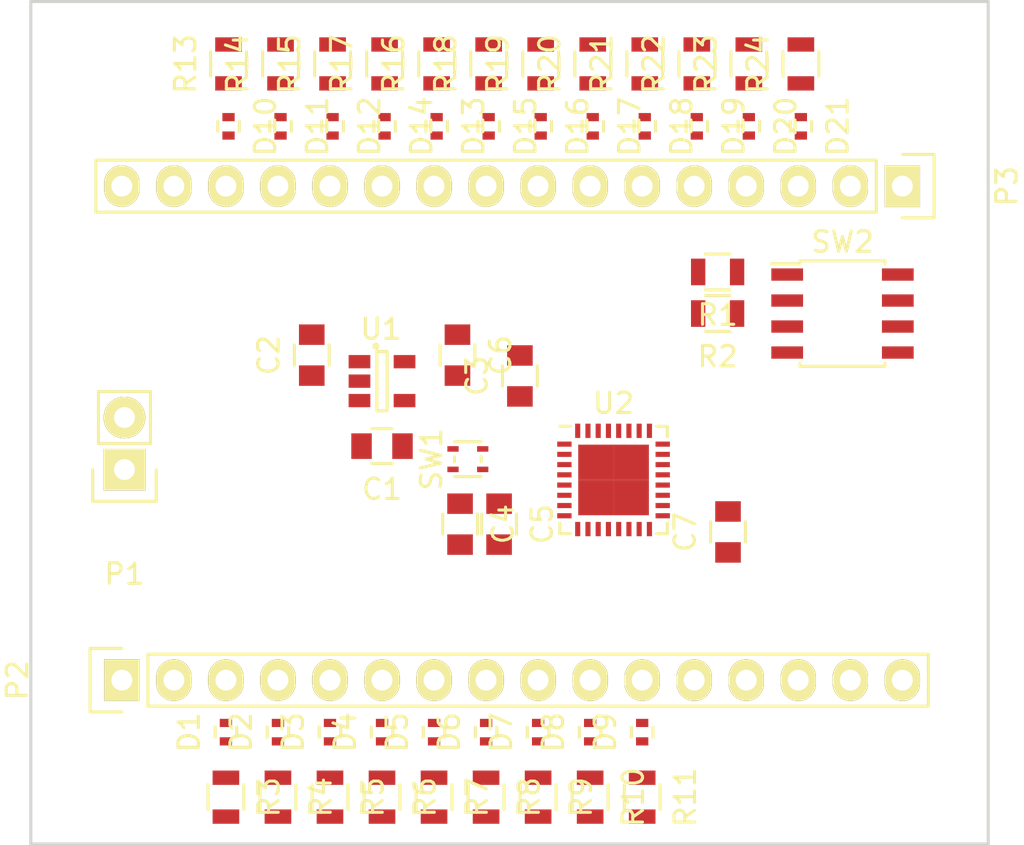
<source format=kicad_pcb>
(kicad_pcb (version 4) (host pcbnew 4.0.2-1.fc23-product)

  (general
    (links 120)
    (no_connects 120)
    (area 78.664999 35.484999 109.295001 54.050001)
    (thickness 1.6)
    (drawings 4)
    (tracks 0)
    (zones 0)
    (modules 58)
    (nets 51)
  )

  (page A4)
  (layers
    (0 F.Cu signal)
    (31 B.Cu signal)
    (32 B.Adhes user)
    (33 F.Adhes user)
    (34 B.Paste user)
    (35 F.Paste user)
    (36 B.SilkS user)
    (37 F.SilkS user)
    (38 B.Mask user)
    (39 F.Mask user)
    (40 Dwgs.User user)
    (41 Cmts.User user)
    (42 Eco1.User user)
    (43 Eco2.User user)
    (44 Edge.Cuts user)
    (45 Margin user)
    (46 B.CrtYd user)
    (47 F.CrtYd user)
    (48 B.Fab user)
    (49 F.Fab user)
  )

  (setup
    (last_trace_width 0.25)
    (trace_clearance 0.2)
    (zone_clearance 0.508)
    (zone_45_only no)
    (trace_min 0.2)
    (segment_width 0.2)
    (edge_width 0.15)
    (via_size 0.6)
    (via_drill 0.4)
    (via_min_size 0.4)
    (via_min_drill 0.3)
    (uvia_size 0.3)
    (uvia_drill 0.1)
    (uvias_allowed no)
    (uvia_min_size 0.2)
    (uvia_min_drill 0.1)
    (pcb_text_width 0.3)
    (pcb_text_size 1.5 1.5)
    (mod_edge_width 0.15)
    (mod_text_size 1 1)
    (mod_text_width 0.15)
    (pad_size 1.524 1.524)
    (pad_drill 0.762)
    (pad_to_mask_clearance 0.2)
    (aux_axis_origin 0 0)
    (visible_elements FFFFFF7F)
    (pcbplotparams
      (layerselection 0x00030_80000001)
      (usegerberextensions false)
      (excludeedgelayer true)
      (linewidth 0.100000)
      (plotframeref false)
      (viasonmask false)
      (mode 1)
      (useauxorigin false)
      (hpglpennumber 1)
      (hpglpenspeed 20)
      (hpglpendiameter 15)
      (hpglpenoverlay 2)
      (psnegative false)
      (psa4output false)
      (plotreference true)
      (plotvalue true)
      (plotinvisibletext false)
      (padsonsilk false)
      (subtractmaskfromsilk false)
      (outputformat 1)
      (mirror false)
      (drillshape 1)
      (scaleselection 1)
      (outputdirectory ""))
  )

  (net 0 "")
  (net 1 "Net-(C1-Pad1)")
  (net 2 GND)
  (net 3 VCC)
  (net 4 VDD)
  (net 5 "Net-(D1-Pad1)")
  (net 6 "Net-(D1-Pad2)")
  (net 7 "Net-(D2-Pad1)")
  (net 8 "Net-(D2-Pad2)")
  (net 9 "Net-(D3-Pad1)")
  (net 10 "Net-(D3-Pad2)")
  (net 11 "Net-(D4-Pad1)")
  (net 12 "Net-(D4-Pad2)")
  (net 13 "Net-(D5-Pad1)")
  (net 14 "Net-(D5-Pad2)")
  (net 15 "Net-(D6-Pad1)")
  (net 16 "Net-(D6-Pad2)")
  (net 17 "Net-(D7-Pad1)")
  (net 18 "Net-(D7-Pad2)")
  (net 19 "Net-(D8-Pad1)")
  (net 20 "Net-(D8-Pad2)")
  (net 21 "Net-(D9-Pad1)")
  (net 22 "Net-(D9-Pad2)")
  (net 23 "Net-(D10-Pad1)")
  (net 24 "Net-(D10-Pad2)")
  (net 25 "Net-(D11-Pad1)")
  (net 26 "Net-(D11-Pad2)")
  (net 27 "Net-(D12-Pad1)")
  (net 28 "Net-(D12-Pad2)")
  (net 29 "Net-(D13-Pad1)")
  (net 30 "Net-(D13-Pad2)")
  (net 31 "Net-(D14-Pad1)")
  (net 32 "Net-(D14-Pad2)")
  (net 33 "Net-(D15-Pad1)")
  (net 34 "Net-(D15-Pad2)")
  (net 35 "Net-(D16-Pad1)")
  (net 36 "Net-(D16-Pad2)")
  (net 37 "Net-(D17-Pad1)")
  (net 38 "Net-(D17-Pad2)")
  (net 39 "Net-(D18-Pad1)")
  (net 40 "Net-(D18-Pad2)")
  (net 41 "Net-(D19-Pad1)")
  (net 42 "Net-(D19-Pad2)")
  (net 43 "Net-(D20-Pad1)")
  (net 44 "Net-(D20-Pad2)")
  (net 45 "Net-(D21-Pad1)")
  (net 46 "Net-(D21-Pad2)")
  (net 47 "Net-(P2-Pad2)")
  (net 48 "Net-(R1-Pad1)")
  (net 49 "Net-(R2-Pad1)")
  (net 50 "Net-(R10-Pad2)")

  (net_class Default "This is the default net class."
    (clearance 0.2)
    (trace_width 0.25)
    (via_dia 0.6)
    (via_drill 0.4)
    (uvia_dia 0.3)
    (uvia_drill 0.1)
    (add_net GND)
    (add_net "Net-(C1-Pad1)")
    (add_net "Net-(D1-Pad1)")
    (add_net "Net-(D1-Pad2)")
    (add_net "Net-(D10-Pad1)")
    (add_net "Net-(D10-Pad2)")
    (add_net "Net-(D11-Pad1)")
    (add_net "Net-(D11-Pad2)")
    (add_net "Net-(D12-Pad1)")
    (add_net "Net-(D12-Pad2)")
    (add_net "Net-(D13-Pad1)")
    (add_net "Net-(D13-Pad2)")
    (add_net "Net-(D14-Pad1)")
    (add_net "Net-(D14-Pad2)")
    (add_net "Net-(D15-Pad1)")
    (add_net "Net-(D15-Pad2)")
    (add_net "Net-(D16-Pad1)")
    (add_net "Net-(D16-Pad2)")
    (add_net "Net-(D17-Pad1)")
    (add_net "Net-(D17-Pad2)")
    (add_net "Net-(D18-Pad1)")
    (add_net "Net-(D18-Pad2)")
    (add_net "Net-(D19-Pad1)")
    (add_net "Net-(D19-Pad2)")
    (add_net "Net-(D2-Pad1)")
    (add_net "Net-(D2-Pad2)")
    (add_net "Net-(D20-Pad1)")
    (add_net "Net-(D20-Pad2)")
    (add_net "Net-(D21-Pad1)")
    (add_net "Net-(D21-Pad2)")
    (add_net "Net-(D3-Pad1)")
    (add_net "Net-(D3-Pad2)")
    (add_net "Net-(D4-Pad1)")
    (add_net "Net-(D4-Pad2)")
    (add_net "Net-(D5-Pad1)")
    (add_net "Net-(D5-Pad2)")
    (add_net "Net-(D6-Pad1)")
    (add_net "Net-(D6-Pad2)")
    (add_net "Net-(D7-Pad1)")
    (add_net "Net-(D7-Pad2)")
    (add_net "Net-(D8-Pad1)")
    (add_net "Net-(D8-Pad2)")
    (add_net "Net-(D9-Pad1)")
    (add_net "Net-(D9-Pad2)")
    (add_net "Net-(P2-Pad2)")
    (add_net "Net-(R1-Pad1)")
    (add_net "Net-(R10-Pad2)")
    (add_net "Net-(R2-Pad1)")
    (add_net VCC)
    (add_net VDD)
  )

  (module Pin_Headers:Pin_Header_Straight_1x02 (layer F.Cu) (tedit 54EA090C) (tstamp 579FEF53)
    (at 75.692 46.228 180)
    (descr "Through hole pin header")
    (tags "pin header")
    (path /57A0141A)
    (fp_text reference P1 (at 0 -5.1 180) (layer F.SilkS)
      (effects (font (size 1 1) (thickness 0.15)))
    )
    (fp_text value CONN_01X02 (at 0 -3.1 180) (layer F.Fab)
      (effects (font (size 1 1) (thickness 0.15)))
    )
    (fp_line (start 1.27 1.27) (end 1.27 3.81) (layer F.SilkS) (width 0.15))
    (fp_line (start 1.55 -1.55) (end 1.55 0) (layer F.SilkS) (width 0.15))
    (fp_line (start -1.75 -1.75) (end -1.75 4.3) (layer F.CrtYd) (width 0.05))
    (fp_line (start 1.75 -1.75) (end 1.75 4.3) (layer F.CrtYd) (width 0.05))
    (fp_line (start -1.75 -1.75) (end 1.75 -1.75) (layer F.CrtYd) (width 0.05))
    (fp_line (start -1.75 4.3) (end 1.75 4.3) (layer F.CrtYd) (width 0.05))
    (fp_line (start 1.27 1.27) (end -1.27 1.27) (layer F.SilkS) (width 0.15))
    (fp_line (start -1.55 0) (end -1.55 -1.55) (layer F.SilkS) (width 0.15))
    (fp_line (start -1.55 -1.55) (end 1.55 -1.55) (layer F.SilkS) (width 0.15))
    (fp_line (start -1.27 1.27) (end -1.27 3.81) (layer F.SilkS) (width 0.15))
    (fp_line (start -1.27 3.81) (end 1.27 3.81) (layer F.SilkS) (width 0.15))
    (pad 1 thru_hole rect (at 0 0 180) (size 2.032 2.032) (drill 1.016) (layers *.Cu *.Mask F.SilkS)
      (net 2 GND))
    (pad 2 thru_hole oval (at 0 2.54 180) (size 2.032 2.032) (drill 1.016) (layers *.Cu *.Mask F.SilkS)
      (net 3 VCC))
    (model Pin_Headers.3dshapes/Pin_Header_Straight_1x02.wrl
      (at (xyz 0 -0.05 0))
      (scale (xyz 1 1 1))
      (rotate (xyz 0 0 90))
    )
  )

  (module TO_SOT_Packages_SMD:SOT-23-5 (layer F.Cu) (tedit 55360473) (tstamp 579FEF5C)
    (at 88.265 41.91)
    (descr "5-pin SOT23 package")
    (tags SOT-23-5)
    (path /57A01356)
    (attr smd)
    (fp_text reference U1 (at -0.05 -2.55) (layer F.SilkS)
      (effects (font (size 1 1) (thickness 0.15)))
    )
    (fp_text value LP2985LV (at -0.05 2.35) (layer F.Fab)
      (effects (font (size 1 1) (thickness 0.15)))
    )
    (fp_line (start -1.8 -1.6) (end 1.8 -1.6) (layer F.CrtYd) (width 0.05))
    (fp_line (start 1.8 -1.6) (end 1.8 1.6) (layer F.CrtYd) (width 0.05))
    (fp_line (start 1.8 1.6) (end -1.8 1.6) (layer F.CrtYd) (width 0.05))
    (fp_line (start -1.8 1.6) (end -1.8 -1.6) (layer F.CrtYd) (width 0.05))
    (fp_circle (center -0.3 -1.7) (end -0.2 -1.7) (layer F.SilkS) (width 0.15))
    (fp_line (start 0.25 -1.45) (end -0.25 -1.45) (layer F.SilkS) (width 0.15))
    (fp_line (start 0.25 1.45) (end 0.25 -1.45) (layer F.SilkS) (width 0.15))
    (fp_line (start -0.25 1.45) (end 0.25 1.45) (layer F.SilkS) (width 0.15))
    (fp_line (start -0.25 -1.45) (end -0.25 1.45) (layer F.SilkS) (width 0.15))
    (pad 1 smd rect (at -1.1 -0.95) (size 1.06 0.65) (layers F.Cu F.Paste F.Mask)
      (net 3 VCC))
    (pad 2 smd rect (at -1.1 0) (size 1.06 0.65) (layers F.Cu F.Paste F.Mask)
      (net 2 GND))
    (pad 3 smd rect (at -1.1 0.95) (size 1.06 0.65) (layers F.Cu F.Paste F.Mask)
      (net 3 VCC))
    (pad 4 smd rect (at 1.1 0.95) (size 1.06 0.65) (layers F.Cu F.Paste F.Mask)
      (net 1 "Net-(C1-Pad1)"))
    (pad 5 smd rect (at 1.1 -0.95) (size 1.06 0.65) (layers F.Cu F.Paste F.Mask)
      (net 4 VDD))
    (model TO_SOT_Packages_SMD.3dshapes/SOT-23-5.wrl
      (at (xyz 0 0 0))
      (scale (xyz 1 1 1))
      (rotate (xyz 0 0 0))
    )
  )

  (module Housings_DFN_QFN:QFN-32-1EP_5x5mm_Pitch0.5mm (layer F.Cu) (tedit 54130A77) (tstamp 579FEF84)
    (at 99.568 46.736)
    (descr "UH Package; 32-Lead Plastic QFN (5mm x 5mm); (see Linear Technology QFN_32_05-08-1693.pdf)")
    (tags "QFN 0.5")
    (path /57A0109B)
    (attr smd)
    (fp_text reference U2 (at 0 -3.75) (layer F.SilkS)
      (effects (font (size 1 1) (thickness 0.15)))
    )
    (fp_text value STM32F318K8 (at 0 3.75) (layer F.Fab)
      (effects (font (size 1 1) (thickness 0.15)))
    )
    (fp_line (start -3 -3) (end -3 3) (layer F.CrtYd) (width 0.05))
    (fp_line (start 3 -3) (end 3 3) (layer F.CrtYd) (width 0.05))
    (fp_line (start -3 -3) (end 3 -3) (layer F.CrtYd) (width 0.05))
    (fp_line (start -3 3) (end 3 3) (layer F.CrtYd) (width 0.05))
    (fp_line (start 2.625 -2.625) (end 2.625 -2.1) (layer F.SilkS) (width 0.15))
    (fp_line (start -2.625 2.625) (end -2.625 2.1) (layer F.SilkS) (width 0.15))
    (fp_line (start 2.625 2.625) (end 2.625 2.1) (layer F.SilkS) (width 0.15))
    (fp_line (start -2.625 -2.625) (end -2.1 -2.625) (layer F.SilkS) (width 0.15))
    (fp_line (start -2.625 2.625) (end -2.1 2.625) (layer F.SilkS) (width 0.15))
    (fp_line (start 2.625 2.625) (end 2.1 2.625) (layer F.SilkS) (width 0.15))
    (fp_line (start 2.625 -2.625) (end 2.1 -2.625) (layer F.SilkS) (width 0.15))
    (pad 1 smd rect (at -2.4 -1.75) (size 0.7 0.25) (layers F.Cu F.Paste F.Mask)
      (net 3 VCC))
    (pad 2 smd rect (at -2.4 -1.25) (size 0.7 0.25) (layers F.Cu F.Paste F.Mask))
    (pad 3 smd rect (at -2.4 -0.75) (size 0.7 0.25) (layers F.Cu F.Paste F.Mask))
    (pad 4 smd rect (at -2.4 -0.25) (size 0.7 0.25) (layers F.Cu F.Paste F.Mask)
      (net 47 "Net-(P2-Pad2)"))
    (pad 5 smd rect (at -2.4 0.25) (size 0.7 0.25) (layers F.Cu F.Paste F.Mask)
      (net 4 VDD))
    (pad 6 smd rect (at -2.4 0.75) (size 0.7 0.25) (layers F.Cu F.Paste F.Mask)
      (net 2 GND))
    (pad 7 smd rect (at -2.4 1.25) (size 0.7 0.25) (layers F.Cu F.Paste F.Mask)
      (net 6 "Net-(D1-Pad2)"))
    (pad 8 smd rect (at -2.4 1.75) (size 0.7 0.25) (layers F.Cu F.Paste F.Mask)
      (net 8 "Net-(D2-Pad2)"))
    (pad 9 smd rect (at -1.75 2.4 90) (size 0.7 0.25) (layers F.Cu F.Paste F.Mask)
      (net 10 "Net-(D3-Pad2)"))
    (pad 10 smd rect (at -1.25 2.4 90) (size 0.7 0.25) (layers F.Cu F.Paste F.Mask)
      (net 12 "Net-(D4-Pad2)"))
    (pad 11 smd rect (at -0.75 2.4 90) (size 0.7 0.25) (layers F.Cu F.Paste F.Mask)
      (net 14 "Net-(D5-Pad2)"))
    (pad 12 smd rect (at -0.25 2.4 90) (size 0.7 0.25) (layers F.Cu F.Paste F.Mask)
      (net 16 "Net-(D6-Pad2)"))
    (pad 13 smd rect (at 0.25 2.4 90) (size 0.7 0.25) (layers F.Cu F.Paste F.Mask)
      (net 18 "Net-(D7-Pad2)"))
    (pad 14 smd rect (at 0.75 2.4 90) (size 0.7 0.25) (layers F.Cu F.Paste F.Mask)
      (net 20 "Net-(D8-Pad2)"))
    (pad 15 smd rect (at 1.25 2.4 90) (size 0.7 0.25) (layers F.Cu F.Paste F.Mask)
      (net 22 "Net-(D9-Pad2)"))
    (pad 16 smd rect (at 1.75 2.4 90) (size 0.7 0.25) (layers F.Cu F.Paste F.Mask)
      (net 2 GND))
    (pad 17 smd rect (at 2.4 1.75) (size 0.7 0.25) (layers F.Cu F.Paste F.Mask)
      (net 4 VDD))
    (pad 18 smd rect (at 2.4 1.25) (size 0.7 0.25) (layers F.Cu F.Paste F.Mask)
      (net 46 "Net-(D21-Pad2)"))
    (pad 19 smd rect (at 2.4 0.75) (size 0.7 0.25) (layers F.Cu F.Paste F.Mask)
      (net 44 "Net-(D20-Pad2)"))
    (pad 20 smd rect (at 2.4 0.25) (size 0.7 0.25) (layers F.Cu F.Paste F.Mask)
      (net 42 "Net-(D19-Pad2)"))
    (pad 21 smd rect (at 2.4 -0.25) (size 0.7 0.25) (layers F.Cu F.Paste F.Mask)
      (net 40 "Net-(D18-Pad2)"))
    (pad 22 smd rect (at 2.4 -0.75) (size 0.7 0.25) (layers F.Cu F.Paste F.Mask)
      (net 38 "Net-(D17-Pad2)"))
    (pad 23 smd rect (at 2.4 -1.25) (size 0.7 0.25) (layers F.Cu F.Paste F.Mask)
      (net 36 "Net-(D16-Pad2)"))
    (pad 24 smd rect (at 2.4 -1.75) (size 0.7 0.25) (layers F.Cu F.Paste F.Mask)
      (net 34 "Net-(D15-Pad2)"))
    (pad 25 smd rect (at 1.75 -2.4 90) (size 0.7 0.25) (layers F.Cu F.Paste F.Mask)
      (net 30 "Net-(D13-Pad2)"))
    (pad 26 smd rect (at 1.25 -2.4 90) (size 0.7 0.25) (layers F.Cu F.Paste F.Mask)
      (net 32 "Net-(D14-Pad2)"))
    (pad 27 smd rect (at 0.75 -2.4 90) (size 0.7 0.25) (layers F.Cu F.Paste F.Mask)
      (net 28 "Net-(D12-Pad2)"))
    (pad 28 smd rect (at 0.25 -2.4 90) (size 0.7 0.25) (layers F.Cu F.Paste F.Mask)
      (net 26 "Net-(D11-Pad2)"))
    (pad 29 smd rect (at -0.25 -2.4 90) (size 0.7 0.25) (layers F.Cu F.Paste F.Mask)
      (net 24 "Net-(D10-Pad2)"))
    (pad 30 smd rect (at -0.75 -2.4 90) (size 0.7 0.25) (layers F.Cu F.Paste F.Mask))
    (pad 31 smd rect (at -1.25 -2.4 90) (size 0.7 0.25) (layers F.Cu F.Paste F.Mask)
      (net 2 GND))
    (pad 32 smd rect (at -1.75 -2.4 90) (size 0.7 0.25) (layers F.Cu F.Paste F.Mask)
      (net 2 GND))
    (pad 33 smd rect (at 0.8625 0.8625) (size 1.725 1.725) (layers F.Cu F.Paste F.Mask)
      (solder_paste_margin_ratio -0.2))
    (pad 33 smd rect (at 0.8625 -0.8625) (size 1.725 1.725) (layers F.Cu F.Paste F.Mask)
      (solder_paste_margin_ratio -0.2))
    (pad 33 smd rect (at -0.8625 0.8625) (size 1.725 1.725) (layers F.Cu F.Paste F.Mask)
      (solder_paste_margin_ratio -0.2))
    (pad 33 smd rect (at -0.8625 -0.8625) (size 1.725 1.725) (layers F.Cu F.Paste F.Mask)
      (solder_paste_margin_ratio -0.2))
    (model Housings_DFN_QFN.3dshapes/QFN-32-1EP_5x5mm_Pitch0.5mm.wrl
      (at (xyz 0 0 0))
      (scale (xyz 1 1 1))
      (rotate (xyz 0 0 0))
    )
  )

  (module Capacitors_SMD:C_0805 (layer F.Cu) (tedit 5415D6EA) (tstamp 579FF079)
    (at 88.265 45.085 180)
    (descr "Capacitor SMD 0805, reflow soldering, AVX (see smccp.pdf)")
    (tags "capacitor 0805")
    (path /57A0154F)
    (attr smd)
    (fp_text reference C1 (at 0 -2.1 180) (layer F.SilkS)
      (effects (font (size 1 1) (thickness 0.15)))
    )
    (fp_text value 10n (at 0 2.1 180) (layer F.Fab)
      (effects (font (size 1 1) (thickness 0.15)))
    )
    (fp_line (start -1.8 -1) (end 1.8 -1) (layer F.CrtYd) (width 0.05))
    (fp_line (start -1.8 1) (end 1.8 1) (layer F.CrtYd) (width 0.05))
    (fp_line (start -1.8 -1) (end -1.8 1) (layer F.CrtYd) (width 0.05))
    (fp_line (start 1.8 -1) (end 1.8 1) (layer F.CrtYd) (width 0.05))
    (fp_line (start 0.5 -0.85) (end -0.5 -0.85) (layer F.SilkS) (width 0.15))
    (fp_line (start -0.5 0.85) (end 0.5 0.85) (layer F.SilkS) (width 0.15))
    (pad 1 smd rect (at -1 0 180) (size 1 1.25) (layers F.Cu F.Paste F.Mask)
      (net 1 "Net-(C1-Pad1)"))
    (pad 2 smd rect (at 1 0 180) (size 1 1.25) (layers F.Cu F.Paste F.Mask)
      (net 2 GND))
    (model Capacitors_SMD.3dshapes/C_0805.wrl
      (at (xyz 0 0 0))
      (scale (xyz 1 1 1))
      (rotate (xyz 0 0 0))
    )
  )

  (module Capacitors_SMD:C_0805 (layer F.Cu) (tedit 5415D6EA) (tstamp 579FF07E)
    (at 84.836 40.64 90)
    (descr "Capacitor SMD 0805, reflow soldering, AVX (see smccp.pdf)")
    (tags "capacitor 0805")
    (path /57A01669)
    (attr smd)
    (fp_text reference C2 (at 0 -2.1 90) (layer F.SilkS)
      (effects (font (size 1 1) (thickness 0.15)))
    )
    (fp_text value 1u (at 0 2.1 90) (layer F.Fab)
      (effects (font (size 1 1) (thickness 0.15)))
    )
    (fp_line (start -1.8 -1) (end 1.8 -1) (layer F.CrtYd) (width 0.05))
    (fp_line (start -1.8 1) (end 1.8 1) (layer F.CrtYd) (width 0.05))
    (fp_line (start -1.8 -1) (end -1.8 1) (layer F.CrtYd) (width 0.05))
    (fp_line (start 1.8 -1) (end 1.8 1) (layer F.CrtYd) (width 0.05))
    (fp_line (start 0.5 -0.85) (end -0.5 -0.85) (layer F.SilkS) (width 0.15))
    (fp_line (start -0.5 0.85) (end 0.5 0.85) (layer F.SilkS) (width 0.15))
    (pad 1 smd rect (at -1 0 90) (size 1 1.25) (layers F.Cu F.Paste F.Mask)
      (net 2 GND))
    (pad 2 smd rect (at 1 0 90) (size 1 1.25) (layers F.Cu F.Paste F.Mask)
      (net 3 VCC))
    (model Capacitors_SMD.3dshapes/C_0805.wrl
      (at (xyz 0 0 0))
      (scale (xyz 1 1 1))
      (rotate (xyz 0 0 0))
    )
  )

  (module Capacitors_SMD:C_0805 (layer F.Cu) (tedit 5415D6EA) (tstamp 579FF083)
    (at 94.996 41.656 90)
    (descr "Capacitor SMD 0805, reflow soldering, AVX (see smccp.pdf)")
    (tags "capacitor 0805")
    (path /57A01B84)
    (attr smd)
    (fp_text reference C3 (at 0 -2.1 90) (layer F.SilkS)
      (effects (font (size 1 1) (thickness 0.15)))
    )
    (fp_text value 100n (at 0 2.1 90) (layer F.Fab)
      (effects (font (size 1 1) (thickness 0.15)))
    )
    (fp_line (start -1.8 -1) (end 1.8 -1) (layer F.CrtYd) (width 0.05))
    (fp_line (start -1.8 1) (end 1.8 1) (layer F.CrtYd) (width 0.05))
    (fp_line (start -1.8 -1) (end -1.8 1) (layer F.CrtYd) (width 0.05))
    (fp_line (start 1.8 -1) (end 1.8 1) (layer F.CrtYd) (width 0.05))
    (fp_line (start 0.5 -0.85) (end -0.5 -0.85) (layer F.SilkS) (width 0.15))
    (fp_line (start -0.5 0.85) (end 0.5 0.85) (layer F.SilkS) (width 0.15))
    (pad 1 smd rect (at -1 0 90) (size 1 1.25) (layers F.Cu F.Paste F.Mask)
      (net 3 VCC))
    (pad 2 smd rect (at 1 0 90) (size 1 1.25) (layers F.Cu F.Paste F.Mask)
      (net 2 GND))
    (model Capacitors_SMD.3dshapes/C_0805.wrl
      (at (xyz 0 0 0))
      (scale (xyz 1 1 1))
      (rotate (xyz 0 0 0))
    )
  )

  (module Capacitors_SMD:C_0805 (layer F.Cu) (tedit 5415D6EA) (tstamp 579FF088)
    (at 92.075 48.895 270)
    (descr "Capacitor SMD 0805, reflow soldering, AVX (see smccp.pdf)")
    (tags "capacitor 0805")
    (path /57A01DAD)
    (attr smd)
    (fp_text reference C4 (at 0 -2.1 270) (layer F.SilkS)
      (effects (font (size 1 1) (thickness 0.15)))
    )
    (fp_text value 1u (at 0 2.1 270) (layer F.Fab)
      (effects (font (size 1 1) (thickness 0.15)))
    )
    (fp_line (start -1.8 -1) (end 1.8 -1) (layer F.CrtYd) (width 0.05))
    (fp_line (start -1.8 1) (end 1.8 1) (layer F.CrtYd) (width 0.05))
    (fp_line (start -1.8 -1) (end -1.8 1) (layer F.CrtYd) (width 0.05))
    (fp_line (start 1.8 -1) (end 1.8 1) (layer F.CrtYd) (width 0.05))
    (fp_line (start 0.5 -0.85) (end -0.5 -0.85) (layer F.SilkS) (width 0.15))
    (fp_line (start -0.5 0.85) (end 0.5 0.85) (layer F.SilkS) (width 0.15))
    (pad 1 smd rect (at -1 0 270) (size 1 1.25) (layers F.Cu F.Paste F.Mask)
      (net 4 VDD))
    (pad 2 smd rect (at 1 0 270) (size 1 1.25) (layers F.Cu F.Paste F.Mask)
      (net 2 GND))
    (model Capacitors_SMD.3dshapes/C_0805.wrl
      (at (xyz 0 0 0))
      (scale (xyz 1 1 1))
      (rotate (xyz 0 0 0))
    )
  )

  (module Capacitors_SMD:C_0805 (layer F.Cu) (tedit 5415D6EA) (tstamp 579FF08D)
    (at 93.98 48.895 270)
    (descr "Capacitor SMD 0805, reflow soldering, AVX (see smccp.pdf)")
    (tags "capacitor 0805")
    (path /57A01C72)
    (attr smd)
    (fp_text reference C5 (at 0 -2.1 270) (layer F.SilkS)
      (effects (font (size 1 1) (thickness 0.15)))
    )
    (fp_text value 10n (at 0 2.1 270) (layer F.Fab)
      (effects (font (size 1 1) (thickness 0.15)))
    )
    (fp_line (start -1.8 -1) (end 1.8 -1) (layer F.CrtYd) (width 0.05))
    (fp_line (start -1.8 1) (end 1.8 1) (layer F.CrtYd) (width 0.05))
    (fp_line (start -1.8 -1) (end -1.8 1) (layer F.CrtYd) (width 0.05))
    (fp_line (start 1.8 -1) (end 1.8 1) (layer F.CrtYd) (width 0.05))
    (fp_line (start 0.5 -0.85) (end -0.5 -0.85) (layer F.SilkS) (width 0.15))
    (fp_line (start -0.5 0.85) (end 0.5 0.85) (layer F.SilkS) (width 0.15))
    (pad 1 smd rect (at -1 0 270) (size 1 1.25) (layers F.Cu F.Paste F.Mask)
      (net 4 VDD))
    (pad 2 smd rect (at 1 0 270) (size 1 1.25) (layers F.Cu F.Paste F.Mask)
      (net 2 GND))
    (model Capacitors_SMD.3dshapes/C_0805.wrl
      (at (xyz 0 0 0))
      (scale (xyz 1 1 1))
      (rotate (xyz 0 0 0))
    )
  )

  (module Capacitors_SMD:C_0805 (layer F.Cu) (tedit 5415D6EA) (tstamp 579FF092)
    (at 91.948 40.64 270)
    (descr "Capacitor SMD 0805, reflow soldering, AVX (see smccp.pdf)")
    (tags "capacitor 0805")
    (path /57A0188B)
    (attr smd)
    (fp_text reference C6 (at 0 -2.1 270) (layer F.SilkS)
      (effects (font (size 1 1) (thickness 0.15)))
    )
    (fp_text value 2u2 (at 0 2.1 270) (layer F.Fab)
      (effects (font (size 1 1) (thickness 0.15)))
    )
    (fp_line (start -1.8 -1) (end 1.8 -1) (layer F.CrtYd) (width 0.05))
    (fp_line (start -1.8 1) (end 1.8 1) (layer F.CrtYd) (width 0.05))
    (fp_line (start -1.8 -1) (end -1.8 1) (layer F.CrtYd) (width 0.05))
    (fp_line (start 1.8 -1) (end 1.8 1) (layer F.CrtYd) (width 0.05))
    (fp_line (start 0.5 -0.85) (end -0.5 -0.85) (layer F.SilkS) (width 0.15))
    (fp_line (start -0.5 0.85) (end 0.5 0.85) (layer F.SilkS) (width 0.15))
    (pad 1 smd rect (at -1 0 270) (size 1 1.25) (layers F.Cu F.Paste F.Mask)
      (net 2 GND))
    (pad 2 smd rect (at 1 0 270) (size 1 1.25) (layers F.Cu F.Paste F.Mask)
      (net 4 VDD))
    (model Capacitors_SMD.3dshapes/C_0805.wrl
      (at (xyz 0 0 0))
      (scale (xyz 1 1 1))
      (rotate (xyz 0 0 0))
    )
  )

  (module Capacitors_SMD:C_0805 (layer F.Cu) (tedit 5415D6EA) (tstamp 579FF097)
    (at 105.156 49.276 90)
    (descr "Capacitor SMD 0805, reflow soldering, AVX (see smccp.pdf)")
    (tags "capacitor 0805")
    (path /57A01EB1)
    (attr smd)
    (fp_text reference C7 (at 0 -2.1 90) (layer F.SilkS)
      (effects (font (size 1 1) (thickness 0.15)))
    )
    (fp_text value 100n (at 0 2.1 90) (layer F.Fab)
      (effects (font (size 1 1) (thickness 0.15)))
    )
    (fp_line (start -1.8 -1) (end 1.8 -1) (layer F.CrtYd) (width 0.05))
    (fp_line (start -1.8 1) (end 1.8 1) (layer F.CrtYd) (width 0.05))
    (fp_line (start -1.8 -1) (end -1.8 1) (layer F.CrtYd) (width 0.05))
    (fp_line (start 1.8 -1) (end 1.8 1) (layer F.CrtYd) (width 0.05))
    (fp_line (start 0.5 -0.85) (end -0.5 -0.85) (layer F.SilkS) (width 0.15))
    (fp_line (start -0.5 0.85) (end 0.5 0.85) (layer F.SilkS) (width 0.15))
    (pad 1 smd rect (at -1 0 90) (size 1 1.25) (layers F.Cu F.Paste F.Mask)
      (net 2 GND))
    (pad 2 smd rect (at 1 0 90) (size 1 1.25) (layers F.Cu F.Paste F.Mask)
      (net 4 VDD))
    (model Capacitors_SMD.3dshapes/C_0805.wrl
      (at (xyz 0 0 0))
      (scale (xyz 1 1 1))
      (rotate (xyz 0 0 0))
    )
  )

  (module Resistors_SMD:R_0402 (layer F.Cu) (tedit 5415CBB8) (tstamp 57BC4826)
    (at 80.645 59.055 90)
    (descr "Resistor SMD 0402, reflow soldering, Vishay (see dcrcw.pdf)")
    (tags "resistor 0402")
    (path /57B78FF1)
    (attr smd)
    (fp_text reference D1 (at 0 -1.8 90) (layer F.SilkS)
      (effects (font (size 1 1) (thickness 0.15)))
    )
    (fp_text value Led_Small (at 0 1.8 90) (layer F.Fab)
      (effects (font (size 1 1) (thickness 0.15)))
    )
    (fp_line (start -0.95 -0.65) (end 0.95 -0.65) (layer F.CrtYd) (width 0.05))
    (fp_line (start -0.95 0.65) (end 0.95 0.65) (layer F.CrtYd) (width 0.05))
    (fp_line (start -0.95 -0.65) (end -0.95 0.65) (layer F.CrtYd) (width 0.05))
    (fp_line (start 0.95 -0.65) (end 0.95 0.65) (layer F.CrtYd) (width 0.05))
    (fp_line (start 0.25 -0.525) (end -0.25 -0.525) (layer F.SilkS) (width 0.15))
    (fp_line (start -0.25 0.525) (end 0.25 0.525) (layer F.SilkS) (width 0.15))
    (pad 1 smd rect (at -0.45 0 90) (size 0.4 0.6) (layers F.Cu F.Paste F.Mask)
      (net 5 "Net-(D1-Pad1)"))
    (pad 2 smd rect (at 0.45 0 90) (size 0.4 0.6) (layers F.Cu F.Paste F.Mask)
      (net 6 "Net-(D1-Pad2)"))
    (model Resistors_SMD.3dshapes/R_0402.wrl
      (at (xyz 0 0 0))
      (scale (xyz 1 1 1))
      (rotate (xyz 0 0 0))
    )
  )

  (module Resistors_SMD:R_0402 (layer F.Cu) (tedit 5415CBB8) (tstamp 57BC482C)
    (at 83.185 59.055 90)
    (descr "Resistor SMD 0402, reflow soldering, Vishay (see dcrcw.pdf)")
    (tags "resistor 0402")
    (path /57B7913E)
    (attr smd)
    (fp_text reference D2 (at 0 -1.8 90) (layer F.SilkS)
      (effects (font (size 1 1) (thickness 0.15)))
    )
    (fp_text value Led_Small (at 0 1.8 90) (layer F.Fab)
      (effects (font (size 1 1) (thickness 0.15)))
    )
    (fp_line (start -0.95 -0.65) (end 0.95 -0.65) (layer F.CrtYd) (width 0.05))
    (fp_line (start -0.95 0.65) (end 0.95 0.65) (layer F.CrtYd) (width 0.05))
    (fp_line (start -0.95 -0.65) (end -0.95 0.65) (layer F.CrtYd) (width 0.05))
    (fp_line (start 0.95 -0.65) (end 0.95 0.65) (layer F.CrtYd) (width 0.05))
    (fp_line (start 0.25 -0.525) (end -0.25 -0.525) (layer F.SilkS) (width 0.15))
    (fp_line (start -0.25 0.525) (end 0.25 0.525) (layer F.SilkS) (width 0.15))
    (pad 1 smd rect (at -0.45 0 90) (size 0.4 0.6) (layers F.Cu F.Paste F.Mask)
      (net 7 "Net-(D2-Pad1)"))
    (pad 2 smd rect (at 0.45 0 90) (size 0.4 0.6) (layers F.Cu F.Paste F.Mask)
      (net 8 "Net-(D2-Pad2)"))
    (model Resistors_SMD.3dshapes/R_0402.wrl
      (at (xyz 0 0 0))
      (scale (xyz 1 1 1))
      (rotate (xyz 0 0 0))
    )
  )

  (module Resistors_SMD:R_0402 (layer F.Cu) (tedit 5415CBB8) (tstamp 57BC4832)
    (at 85.725 59.055 90)
    (descr "Resistor SMD 0402, reflow soldering, Vishay (see dcrcw.pdf)")
    (tags "resistor 0402")
    (path /57B792C6)
    (attr smd)
    (fp_text reference D3 (at 0 -1.8 90) (layer F.SilkS)
      (effects (font (size 1 1) (thickness 0.15)))
    )
    (fp_text value Led_Small (at 0 1.8 90) (layer F.Fab)
      (effects (font (size 1 1) (thickness 0.15)))
    )
    (fp_line (start -0.95 -0.65) (end 0.95 -0.65) (layer F.CrtYd) (width 0.05))
    (fp_line (start -0.95 0.65) (end 0.95 0.65) (layer F.CrtYd) (width 0.05))
    (fp_line (start -0.95 -0.65) (end -0.95 0.65) (layer F.CrtYd) (width 0.05))
    (fp_line (start 0.95 -0.65) (end 0.95 0.65) (layer F.CrtYd) (width 0.05))
    (fp_line (start 0.25 -0.525) (end -0.25 -0.525) (layer F.SilkS) (width 0.15))
    (fp_line (start -0.25 0.525) (end 0.25 0.525) (layer F.SilkS) (width 0.15))
    (pad 1 smd rect (at -0.45 0 90) (size 0.4 0.6) (layers F.Cu F.Paste F.Mask)
      (net 9 "Net-(D3-Pad1)"))
    (pad 2 smd rect (at 0.45 0 90) (size 0.4 0.6) (layers F.Cu F.Paste F.Mask)
      (net 10 "Net-(D3-Pad2)"))
    (model Resistors_SMD.3dshapes/R_0402.wrl
      (at (xyz 0 0 0))
      (scale (xyz 1 1 1))
      (rotate (xyz 0 0 0))
    )
  )

  (module Resistors_SMD:R_0402 (layer F.Cu) (tedit 5415CBB8) (tstamp 57BC4838)
    (at 88.265 59.055 90)
    (descr "Resistor SMD 0402, reflow soldering, Vishay (see dcrcw.pdf)")
    (tags "resistor 0402")
    (path /57B79311)
    (attr smd)
    (fp_text reference D4 (at 0 -1.8 90) (layer F.SilkS)
      (effects (font (size 1 1) (thickness 0.15)))
    )
    (fp_text value Led_Small (at 0 1.8 90) (layer F.Fab)
      (effects (font (size 1 1) (thickness 0.15)))
    )
    (fp_line (start -0.95 -0.65) (end 0.95 -0.65) (layer F.CrtYd) (width 0.05))
    (fp_line (start -0.95 0.65) (end 0.95 0.65) (layer F.CrtYd) (width 0.05))
    (fp_line (start -0.95 -0.65) (end -0.95 0.65) (layer F.CrtYd) (width 0.05))
    (fp_line (start 0.95 -0.65) (end 0.95 0.65) (layer F.CrtYd) (width 0.05))
    (fp_line (start 0.25 -0.525) (end -0.25 -0.525) (layer F.SilkS) (width 0.15))
    (fp_line (start -0.25 0.525) (end 0.25 0.525) (layer F.SilkS) (width 0.15))
    (pad 1 smd rect (at -0.45 0 90) (size 0.4 0.6) (layers F.Cu F.Paste F.Mask)
      (net 11 "Net-(D4-Pad1)"))
    (pad 2 smd rect (at 0.45 0 90) (size 0.4 0.6) (layers F.Cu F.Paste F.Mask)
      (net 12 "Net-(D4-Pad2)"))
    (model Resistors_SMD.3dshapes/R_0402.wrl
      (at (xyz 0 0 0))
      (scale (xyz 1 1 1))
      (rotate (xyz 0 0 0))
    )
  )

  (module Resistors_SMD:R_0402 (layer F.Cu) (tedit 5415CBB8) (tstamp 57BC483E)
    (at 90.805 59.055 90)
    (descr "Resistor SMD 0402, reflow soldering, Vishay (see dcrcw.pdf)")
    (tags "resistor 0402")
    (path /57B7935B)
    (attr smd)
    (fp_text reference D5 (at 0 -1.8 90) (layer F.SilkS)
      (effects (font (size 1 1) (thickness 0.15)))
    )
    (fp_text value Led_Small (at 0 1.8 90) (layer F.Fab)
      (effects (font (size 1 1) (thickness 0.15)))
    )
    (fp_line (start -0.95 -0.65) (end 0.95 -0.65) (layer F.CrtYd) (width 0.05))
    (fp_line (start -0.95 0.65) (end 0.95 0.65) (layer F.CrtYd) (width 0.05))
    (fp_line (start -0.95 -0.65) (end -0.95 0.65) (layer F.CrtYd) (width 0.05))
    (fp_line (start 0.95 -0.65) (end 0.95 0.65) (layer F.CrtYd) (width 0.05))
    (fp_line (start 0.25 -0.525) (end -0.25 -0.525) (layer F.SilkS) (width 0.15))
    (fp_line (start -0.25 0.525) (end 0.25 0.525) (layer F.SilkS) (width 0.15))
    (pad 1 smd rect (at -0.45 0 90) (size 0.4 0.6) (layers F.Cu F.Paste F.Mask)
      (net 13 "Net-(D5-Pad1)"))
    (pad 2 smd rect (at 0.45 0 90) (size 0.4 0.6) (layers F.Cu F.Paste F.Mask)
      (net 14 "Net-(D5-Pad2)"))
    (model Resistors_SMD.3dshapes/R_0402.wrl
      (at (xyz 0 0 0))
      (scale (xyz 1 1 1))
      (rotate (xyz 0 0 0))
    )
  )

  (module Resistors_SMD:R_0402 (layer F.Cu) (tedit 5415CBB8) (tstamp 57BC4844)
    (at 93.345 59.055 90)
    (descr "Resistor SMD 0402, reflow soldering, Vishay (see dcrcw.pdf)")
    (tags "resistor 0402")
    (path /57B793A0)
    (attr smd)
    (fp_text reference D6 (at 0 -1.8 90) (layer F.SilkS)
      (effects (font (size 1 1) (thickness 0.15)))
    )
    (fp_text value Led_Small (at 0 1.8 90) (layer F.Fab)
      (effects (font (size 1 1) (thickness 0.15)))
    )
    (fp_line (start -0.95 -0.65) (end 0.95 -0.65) (layer F.CrtYd) (width 0.05))
    (fp_line (start -0.95 0.65) (end 0.95 0.65) (layer F.CrtYd) (width 0.05))
    (fp_line (start -0.95 -0.65) (end -0.95 0.65) (layer F.CrtYd) (width 0.05))
    (fp_line (start 0.95 -0.65) (end 0.95 0.65) (layer F.CrtYd) (width 0.05))
    (fp_line (start 0.25 -0.525) (end -0.25 -0.525) (layer F.SilkS) (width 0.15))
    (fp_line (start -0.25 0.525) (end 0.25 0.525) (layer F.SilkS) (width 0.15))
    (pad 1 smd rect (at -0.45 0 90) (size 0.4 0.6) (layers F.Cu F.Paste F.Mask)
      (net 15 "Net-(D6-Pad1)"))
    (pad 2 smd rect (at 0.45 0 90) (size 0.4 0.6) (layers F.Cu F.Paste F.Mask)
      (net 16 "Net-(D6-Pad2)"))
    (model Resistors_SMD.3dshapes/R_0402.wrl
      (at (xyz 0 0 0))
      (scale (xyz 1 1 1))
      (rotate (xyz 0 0 0))
    )
  )

  (module Resistors_SMD:R_0402 (layer F.Cu) (tedit 5415CBB8) (tstamp 57BC484A)
    (at 95.885 59.055 90)
    (descr "Resistor SMD 0402, reflow soldering, Vishay (see dcrcw.pdf)")
    (tags "resistor 0402")
    (path /57B793E4)
    (attr smd)
    (fp_text reference D7 (at 0 -1.8 90) (layer F.SilkS)
      (effects (font (size 1 1) (thickness 0.15)))
    )
    (fp_text value Led_Small (at 0 1.8 90) (layer F.Fab)
      (effects (font (size 1 1) (thickness 0.15)))
    )
    (fp_line (start -0.95 -0.65) (end 0.95 -0.65) (layer F.CrtYd) (width 0.05))
    (fp_line (start -0.95 0.65) (end 0.95 0.65) (layer F.CrtYd) (width 0.05))
    (fp_line (start -0.95 -0.65) (end -0.95 0.65) (layer F.CrtYd) (width 0.05))
    (fp_line (start 0.95 -0.65) (end 0.95 0.65) (layer F.CrtYd) (width 0.05))
    (fp_line (start 0.25 -0.525) (end -0.25 -0.525) (layer F.SilkS) (width 0.15))
    (fp_line (start -0.25 0.525) (end 0.25 0.525) (layer F.SilkS) (width 0.15))
    (pad 1 smd rect (at -0.45 0 90) (size 0.4 0.6) (layers F.Cu F.Paste F.Mask)
      (net 17 "Net-(D7-Pad1)"))
    (pad 2 smd rect (at 0.45 0 90) (size 0.4 0.6) (layers F.Cu F.Paste F.Mask)
      (net 18 "Net-(D7-Pad2)"))
    (model Resistors_SMD.3dshapes/R_0402.wrl
      (at (xyz 0 0 0))
      (scale (xyz 1 1 1))
      (rotate (xyz 0 0 0))
    )
  )

  (module Resistors_SMD:R_0402 (layer F.Cu) (tedit 5415CBB8) (tstamp 57BC4850)
    (at 98.425 59.055 90)
    (descr "Resistor SMD 0402, reflow soldering, Vishay (see dcrcw.pdf)")
    (tags "resistor 0402")
    (path /57B7949C)
    (attr smd)
    (fp_text reference D8 (at 0 -1.8 90) (layer F.SilkS)
      (effects (font (size 1 1) (thickness 0.15)))
    )
    (fp_text value Led_Small (at 0 1.8 90) (layer F.Fab)
      (effects (font (size 1 1) (thickness 0.15)))
    )
    (fp_line (start -0.95 -0.65) (end 0.95 -0.65) (layer F.CrtYd) (width 0.05))
    (fp_line (start -0.95 0.65) (end 0.95 0.65) (layer F.CrtYd) (width 0.05))
    (fp_line (start -0.95 -0.65) (end -0.95 0.65) (layer F.CrtYd) (width 0.05))
    (fp_line (start 0.95 -0.65) (end 0.95 0.65) (layer F.CrtYd) (width 0.05))
    (fp_line (start 0.25 -0.525) (end -0.25 -0.525) (layer F.SilkS) (width 0.15))
    (fp_line (start -0.25 0.525) (end 0.25 0.525) (layer F.SilkS) (width 0.15))
    (pad 1 smd rect (at -0.45 0 90) (size 0.4 0.6) (layers F.Cu F.Paste F.Mask)
      (net 19 "Net-(D8-Pad1)"))
    (pad 2 smd rect (at 0.45 0 90) (size 0.4 0.6) (layers F.Cu F.Paste F.Mask)
      (net 20 "Net-(D8-Pad2)"))
    (model Resistors_SMD.3dshapes/R_0402.wrl
      (at (xyz 0 0 0))
      (scale (xyz 1 1 1))
      (rotate (xyz 0 0 0))
    )
  )

  (module Resistors_SMD:R_0402 (layer F.Cu) (tedit 5415CBB8) (tstamp 57BC4856)
    (at 100.965 59.055 90)
    (descr "Resistor SMD 0402, reflow soldering, Vishay (see dcrcw.pdf)")
    (tags "resistor 0402")
    (path /57B794EA)
    (attr smd)
    (fp_text reference D9 (at 0 -1.8 90) (layer F.SilkS)
      (effects (font (size 1 1) (thickness 0.15)))
    )
    (fp_text value Led_Small (at 0 1.8 90) (layer F.Fab)
      (effects (font (size 1 1) (thickness 0.15)))
    )
    (fp_line (start -0.95 -0.65) (end 0.95 -0.65) (layer F.CrtYd) (width 0.05))
    (fp_line (start -0.95 0.65) (end 0.95 0.65) (layer F.CrtYd) (width 0.05))
    (fp_line (start -0.95 -0.65) (end -0.95 0.65) (layer F.CrtYd) (width 0.05))
    (fp_line (start 0.95 -0.65) (end 0.95 0.65) (layer F.CrtYd) (width 0.05))
    (fp_line (start 0.25 -0.525) (end -0.25 -0.525) (layer F.SilkS) (width 0.15))
    (fp_line (start -0.25 0.525) (end 0.25 0.525) (layer F.SilkS) (width 0.15))
    (pad 1 smd rect (at -0.45 0 90) (size 0.4 0.6) (layers F.Cu F.Paste F.Mask)
      (net 21 "Net-(D9-Pad1)"))
    (pad 2 smd rect (at 0.45 0 90) (size 0.4 0.6) (layers F.Cu F.Paste F.Mask)
      (net 22 "Net-(D9-Pad2)"))
    (model Resistors_SMD.3dshapes/R_0402.wrl
      (at (xyz 0 0 0))
      (scale (xyz 1 1 1))
      (rotate (xyz 0 0 0))
    )
  )

  (module Resistors_SMD:R_0402 (layer F.Cu) (tedit 5415CBB8) (tstamp 57BC485C)
    (at 80.772 29.464 270)
    (descr "Resistor SMD 0402, reflow soldering, Vishay (see dcrcw.pdf)")
    (tags "resistor 0402")
    (path /57BC103A)
    (attr smd)
    (fp_text reference D10 (at 0 -1.8 270) (layer F.SilkS)
      (effects (font (size 1 1) (thickness 0.15)))
    )
    (fp_text value Led_Small (at 0 1.8 270) (layer F.Fab)
      (effects (font (size 1 1) (thickness 0.15)))
    )
    (fp_line (start -0.95 -0.65) (end 0.95 -0.65) (layer F.CrtYd) (width 0.05))
    (fp_line (start -0.95 0.65) (end 0.95 0.65) (layer F.CrtYd) (width 0.05))
    (fp_line (start -0.95 -0.65) (end -0.95 0.65) (layer F.CrtYd) (width 0.05))
    (fp_line (start 0.95 -0.65) (end 0.95 0.65) (layer F.CrtYd) (width 0.05))
    (fp_line (start 0.25 -0.525) (end -0.25 -0.525) (layer F.SilkS) (width 0.15))
    (fp_line (start -0.25 0.525) (end 0.25 0.525) (layer F.SilkS) (width 0.15))
    (pad 1 smd rect (at -0.45 0 270) (size 0.4 0.6) (layers F.Cu F.Paste F.Mask)
      (net 23 "Net-(D10-Pad1)"))
    (pad 2 smd rect (at 0.45 0 270) (size 0.4 0.6) (layers F.Cu F.Paste F.Mask)
      (net 24 "Net-(D10-Pad2)"))
    (model Resistors_SMD.3dshapes/R_0402.wrl
      (at (xyz 0 0 0))
      (scale (xyz 1 1 1))
      (rotate (xyz 0 0 0))
    )
  )

  (module Resistors_SMD:R_0402 (layer F.Cu) (tedit 5415CBB8) (tstamp 57BC4862)
    (at 83.312 29.464 270)
    (descr "Resistor SMD 0402, reflow soldering, Vishay (see dcrcw.pdf)")
    (tags "resistor 0402")
    (path /57BC1442)
    (attr smd)
    (fp_text reference D11 (at 0 -1.8 270) (layer F.SilkS)
      (effects (font (size 1 1) (thickness 0.15)))
    )
    (fp_text value Led_Small (at 0 1.8 270) (layer F.Fab)
      (effects (font (size 1 1) (thickness 0.15)))
    )
    (fp_line (start -0.95 -0.65) (end 0.95 -0.65) (layer F.CrtYd) (width 0.05))
    (fp_line (start -0.95 0.65) (end 0.95 0.65) (layer F.CrtYd) (width 0.05))
    (fp_line (start -0.95 -0.65) (end -0.95 0.65) (layer F.CrtYd) (width 0.05))
    (fp_line (start 0.95 -0.65) (end 0.95 0.65) (layer F.CrtYd) (width 0.05))
    (fp_line (start 0.25 -0.525) (end -0.25 -0.525) (layer F.SilkS) (width 0.15))
    (fp_line (start -0.25 0.525) (end 0.25 0.525) (layer F.SilkS) (width 0.15))
    (pad 1 smd rect (at -0.45 0 270) (size 0.4 0.6) (layers F.Cu F.Paste F.Mask)
      (net 25 "Net-(D11-Pad1)"))
    (pad 2 smd rect (at 0.45 0 270) (size 0.4 0.6) (layers F.Cu F.Paste F.Mask)
      (net 26 "Net-(D11-Pad2)"))
    (model Resistors_SMD.3dshapes/R_0402.wrl
      (at (xyz 0 0 0))
      (scale (xyz 1 1 1))
      (rotate (xyz 0 0 0))
    )
  )

  (module Resistors_SMD:R_0402 (layer F.Cu) (tedit 5415CBB8) (tstamp 57BC4868)
    (at 85.852 29.464 270)
    (descr "Resistor SMD 0402, reflow soldering, Vishay (see dcrcw.pdf)")
    (tags "resistor 0402")
    (path /57BC136E)
    (attr smd)
    (fp_text reference D12 (at 0 -1.8 270) (layer F.SilkS)
      (effects (font (size 1 1) (thickness 0.15)))
    )
    (fp_text value Led_Small (at 0 1.8 270) (layer F.Fab)
      (effects (font (size 1 1) (thickness 0.15)))
    )
    (fp_line (start -0.95 -0.65) (end 0.95 -0.65) (layer F.CrtYd) (width 0.05))
    (fp_line (start -0.95 0.65) (end 0.95 0.65) (layer F.CrtYd) (width 0.05))
    (fp_line (start -0.95 -0.65) (end -0.95 0.65) (layer F.CrtYd) (width 0.05))
    (fp_line (start 0.95 -0.65) (end 0.95 0.65) (layer F.CrtYd) (width 0.05))
    (fp_line (start 0.25 -0.525) (end -0.25 -0.525) (layer F.SilkS) (width 0.15))
    (fp_line (start -0.25 0.525) (end 0.25 0.525) (layer F.SilkS) (width 0.15))
    (pad 1 smd rect (at -0.45 0 270) (size 0.4 0.6) (layers F.Cu F.Paste F.Mask)
      (net 27 "Net-(D12-Pad1)"))
    (pad 2 smd rect (at 0.45 0 270) (size 0.4 0.6) (layers F.Cu F.Paste F.Mask)
      (net 28 "Net-(D12-Pad2)"))
    (model Resistors_SMD.3dshapes/R_0402.wrl
      (at (xyz 0 0 0))
      (scale (xyz 1 1 1))
      (rotate (xyz 0 0 0))
    )
  )

  (module Resistors_SMD:R_0402 (layer F.Cu) (tedit 5415CBB8) (tstamp 57BC486E)
    (at 90.932 29.464 270)
    (descr "Resistor SMD 0402, reflow soldering, Vishay (see dcrcw.pdf)")
    (tags "resistor 0402")
    (path /57BBEA80)
    (attr smd)
    (fp_text reference D13 (at 0 -1.8 270) (layer F.SilkS)
      (effects (font (size 1 1) (thickness 0.15)))
    )
    (fp_text value Led_Small (at 0 1.8 270) (layer F.Fab)
      (effects (font (size 1 1) (thickness 0.15)))
    )
    (fp_line (start -0.95 -0.65) (end 0.95 -0.65) (layer F.CrtYd) (width 0.05))
    (fp_line (start -0.95 0.65) (end 0.95 0.65) (layer F.CrtYd) (width 0.05))
    (fp_line (start -0.95 -0.65) (end -0.95 0.65) (layer F.CrtYd) (width 0.05))
    (fp_line (start 0.95 -0.65) (end 0.95 0.65) (layer F.CrtYd) (width 0.05))
    (fp_line (start 0.25 -0.525) (end -0.25 -0.525) (layer F.SilkS) (width 0.15))
    (fp_line (start -0.25 0.525) (end 0.25 0.525) (layer F.SilkS) (width 0.15))
    (pad 1 smd rect (at -0.45 0 270) (size 0.4 0.6) (layers F.Cu F.Paste F.Mask)
      (net 29 "Net-(D13-Pad1)"))
    (pad 2 smd rect (at 0.45 0 270) (size 0.4 0.6) (layers F.Cu F.Paste F.Mask)
      (net 30 "Net-(D13-Pad2)"))
    (model Resistors_SMD.3dshapes/R_0402.wrl
      (at (xyz 0 0 0))
      (scale (xyz 1 1 1))
      (rotate (xyz 0 0 0))
    )
  )

  (module Resistors_SMD:R_0402 (layer F.Cu) (tedit 5415CBB8) (tstamp 57BC4874)
    (at 88.392 29.464 270)
    (descr "Resistor SMD 0402, reflow soldering, Vishay (see dcrcw.pdf)")
    (tags "resistor 0402")
    (path /57BBEA7A)
    (attr smd)
    (fp_text reference D14 (at 0 -1.8 270) (layer F.SilkS)
      (effects (font (size 1 1) (thickness 0.15)))
    )
    (fp_text value Led_Small (at 0 1.8 270) (layer F.Fab)
      (effects (font (size 1 1) (thickness 0.15)))
    )
    (fp_line (start -0.95 -0.65) (end 0.95 -0.65) (layer F.CrtYd) (width 0.05))
    (fp_line (start -0.95 0.65) (end 0.95 0.65) (layer F.CrtYd) (width 0.05))
    (fp_line (start -0.95 -0.65) (end -0.95 0.65) (layer F.CrtYd) (width 0.05))
    (fp_line (start 0.95 -0.65) (end 0.95 0.65) (layer F.CrtYd) (width 0.05))
    (fp_line (start 0.25 -0.525) (end -0.25 -0.525) (layer F.SilkS) (width 0.15))
    (fp_line (start -0.25 0.525) (end 0.25 0.525) (layer F.SilkS) (width 0.15))
    (pad 1 smd rect (at -0.45 0 270) (size 0.4 0.6) (layers F.Cu F.Paste F.Mask)
      (net 31 "Net-(D14-Pad1)"))
    (pad 2 smd rect (at 0.45 0 270) (size 0.4 0.6) (layers F.Cu F.Paste F.Mask)
      (net 32 "Net-(D14-Pad2)"))
    (model Resistors_SMD.3dshapes/R_0402.wrl
      (at (xyz 0 0 0))
      (scale (xyz 1 1 1))
      (rotate (xyz 0 0 0))
    )
  )

  (module Resistors_SMD:R_0402 (layer F.Cu) (tedit 5415CBB8) (tstamp 57BC487A)
    (at 93.472 29.464 270)
    (descr "Resistor SMD 0402, reflow soldering, Vishay (see dcrcw.pdf)")
    (tags "resistor 0402")
    (path /57BBEAAA)
    (attr smd)
    (fp_text reference D15 (at 0 -1.8 270) (layer F.SilkS)
      (effects (font (size 1 1) (thickness 0.15)))
    )
    (fp_text value Led_Small (at 0 1.8 270) (layer F.Fab)
      (effects (font (size 1 1) (thickness 0.15)))
    )
    (fp_line (start -0.95 -0.65) (end 0.95 -0.65) (layer F.CrtYd) (width 0.05))
    (fp_line (start -0.95 0.65) (end 0.95 0.65) (layer F.CrtYd) (width 0.05))
    (fp_line (start -0.95 -0.65) (end -0.95 0.65) (layer F.CrtYd) (width 0.05))
    (fp_line (start 0.95 -0.65) (end 0.95 0.65) (layer F.CrtYd) (width 0.05))
    (fp_line (start 0.25 -0.525) (end -0.25 -0.525) (layer F.SilkS) (width 0.15))
    (fp_line (start -0.25 0.525) (end 0.25 0.525) (layer F.SilkS) (width 0.15))
    (pad 1 smd rect (at -0.45 0 270) (size 0.4 0.6) (layers F.Cu F.Paste F.Mask)
      (net 33 "Net-(D15-Pad1)"))
    (pad 2 smd rect (at 0.45 0 270) (size 0.4 0.6) (layers F.Cu F.Paste F.Mask)
      (net 34 "Net-(D15-Pad2)"))
    (model Resistors_SMD.3dshapes/R_0402.wrl
      (at (xyz 0 0 0))
      (scale (xyz 1 1 1))
      (rotate (xyz 0 0 0))
    )
  )

  (module Resistors_SMD:R_0402 (layer F.Cu) (tedit 5415CBB8) (tstamp 57BC4880)
    (at 96.012 29.464 270)
    (descr "Resistor SMD 0402, reflow soldering, Vishay (see dcrcw.pdf)")
    (tags "resistor 0402")
    (path /57BBEAA4)
    (attr smd)
    (fp_text reference D16 (at 0 -1.8 270) (layer F.SilkS)
      (effects (font (size 1 1) (thickness 0.15)))
    )
    (fp_text value Led_Small (at 0 1.8 270) (layer F.Fab)
      (effects (font (size 1 1) (thickness 0.15)))
    )
    (fp_line (start -0.95 -0.65) (end 0.95 -0.65) (layer F.CrtYd) (width 0.05))
    (fp_line (start -0.95 0.65) (end 0.95 0.65) (layer F.CrtYd) (width 0.05))
    (fp_line (start -0.95 -0.65) (end -0.95 0.65) (layer F.CrtYd) (width 0.05))
    (fp_line (start 0.95 -0.65) (end 0.95 0.65) (layer F.CrtYd) (width 0.05))
    (fp_line (start 0.25 -0.525) (end -0.25 -0.525) (layer F.SilkS) (width 0.15))
    (fp_line (start -0.25 0.525) (end 0.25 0.525) (layer F.SilkS) (width 0.15))
    (pad 1 smd rect (at -0.45 0 270) (size 0.4 0.6) (layers F.Cu F.Paste F.Mask)
      (net 35 "Net-(D16-Pad1)"))
    (pad 2 smd rect (at 0.45 0 270) (size 0.4 0.6) (layers F.Cu F.Paste F.Mask)
      (net 36 "Net-(D16-Pad2)"))
    (model Resistors_SMD.3dshapes/R_0402.wrl
      (at (xyz 0 0 0))
      (scale (xyz 1 1 1))
      (rotate (xyz 0 0 0))
    )
  )

  (module Resistors_SMD:R_0402 (layer F.Cu) (tedit 5415CBB8) (tstamp 57BC4886)
    (at 98.552 29.464 270)
    (descr "Resistor SMD 0402, reflow soldering, Vishay (see dcrcw.pdf)")
    (tags "resistor 0402")
    (path /57BBEA9E)
    (attr smd)
    (fp_text reference D17 (at 0 -1.8 270) (layer F.SilkS)
      (effects (font (size 1 1) (thickness 0.15)))
    )
    (fp_text value Led_Small (at 0 1.8 270) (layer F.Fab)
      (effects (font (size 1 1) (thickness 0.15)))
    )
    (fp_line (start -0.95 -0.65) (end 0.95 -0.65) (layer F.CrtYd) (width 0.05))
    (fp_line (start -0.95 0.65) (end 0.95 0.65) (layer F.CrtYd) (width 0.05))
    (fp_line (start -0.95 -0.65) (end -0.95 0.65) (layer F.CrtYd) (width 0.05))
    (fp_line (start 0.95 -0.65) (end 0.95 0.65) (layer F.CrtYd) (width 0.05))
    (fp_line (start 0.25 -0.525) (end -0.25 -0.525) (layer F.SilkS) (width 0.15))
    (fp_line (start -0.25 0.525) (end 0.25 0.525) (layer F.SilkS) (width 0.15))
    (pad 1 smd rect (at -0.45 0 270) (size 0.4 0.6) (layers F.Cu F.Paste F.Mask)
      (net 37 "Net-(D17-Pad1)"))
    (pad 2 smd rect (at 0.45 0 270) (size 0.4 0.6) (layers F.Cu F.Paste F.Mask)
      (net 38 "Net-(D17-Pad2)"))
    (model Resistors_SMD.3dshapes/R_0402.wrl
      (at (xyz 0 0 0))
      (scale (xyz 1 1 1))
      (rotate (xyz 0 0 0))
    )
  )

  (module Resistors_SMD:R_0402 (layer F.Cu) (tedit 5415CBB8) (tstamp 57BC488C)
    (at 101.092 29.464 270)
    (descr "Resistor SMD 0402, reflow soldering, Vishay (see dcrcw.pdf)")
    (tags "resistor 0402")
    (path /57BBEA98)
    (attr smd)
    (fp_text reference D18 (at 0 -1.8 270) (layer F.SilkS)
      (effects (font (size 1 1) (thickness 0.15)))
    )
    (fp_text value Led_Small (at 0 1.8 270) (layer F.Fab)
      (effects (font (size 1 1) (thickness 0.15)))
    )
    (fp_line (start -0.95 -0.65) (end 0.95 -0.65) (layer F.CrtYd) (width 0.05))
    (fp_line (start -0.95 0.65) (end 0.95 0.65) (layer F.CrtYd) (width 0.05))
    (fp_line (start -0.95 -0.65) (end -0.95 0.65) (layer F.CrtYd) (width 0.05))
    (fp_line (start 0.95 -0.65) (end 0.95 0.65) (layer F.CrtYd) (width 0.05))
    (fp_line (start 0.25 -0.525) (end -0.25 -0.525) (layer F.SilkS) (width 0.15))
    (fp_line (start -0.25 0.525) (end 0.25 0.525) (layer F.SilkS) (width 0.15))
    (pad 1 smd rect (at -0.45 0 270) (size 0.4 0.6) (layers F.Cu F.Paste F.Mask)
      (net 39 "Net-(D18-Pad1)"))
    (pad 2 smd rect (at 0.45 0 270) (size 0.4 0.6) (layers F.Cu F.Paste F.Mask)
      (net 40 "Net-(D18-Pad2)"))
    (model Resistors_SMD.3dshapes/R_0402.wrl
      (at (xyz 0 0 0))
      (scale (xyz 1 1 1))
      (rotate (xyz 0 0 0))
    )
  )

  (module Resistors_SMD:R_0402 (layer F.Cu) (tedit 5415CBB8) (tstamp 57BC4892)
    (at 103.632 29.464 270)
    (descr "Resistor SMD 0402, reflow soldering, Vishay (see dcrcw.pdf)")
    (tags "resistor 0402")
    (path /57BBEA92)
    (attr smd)
    (fp_text reference D19 (at 0 -1.8 270) (layer F.SilkS)
      (effects (font (size 1 1) (thickness 0.15)))
    )
    (fp_text value Led_Small (at 0 1.8 270) (layer F.Fab)
      (effects (font (size 1 1) (thickness 0.15)))
    )
    (fp_line (start -0.95 -0.65) (end 0.95 -0.65) (layer F.CrtYd) (width 0.05))
    (fp_line (start -0.95 0.65) (end 0.95 0.65) (layer F.CrtYd) (width 0.05))
    (fp_line (start -0.95 -0.65) (end -0.95 0.65) (layer F.CrtYd) (width 0.05))
    (fp_line (start 0.95 -0.65) (end 0.95 0.65) (layer F.CrtYd) (width 0.05))
    (fp_line (start 0.25 -0.525) (end -0.25 -0.525) (layer F.SilkS) (width 0.15))
    (fp_line (start -0.25 0.525) (end 0.25 0.525) (layer F.SilkS) (width 0.15))
    (pad 1 smd rect (at -0.45 0 270) (size 0.4 0.6) (layers F.Cu F.Paste F.Mask)
      (net 41 "Net-(D19-Pad1)"))
    (pad 2 smd rect (at 0.45 0 270) (size 0.4 0.6) (layers F.Cu F.Paste F.Mask)
      (net 42 "Net-(D19-Pad2)"))
    (model Resistors_SMD.3dshapes/R_0402.wrl
      (at (xyz 0 0 0))
      (scale (xyz 1 1 1))
      (rotate (xyz 0 0 0))
    )
  )

  (module Resistors_SMD:R_0402 (layer F.Cu) (tedit 5415CBB8) (tstamp 57BC4898)
    (at 106.172 29.464 270)
    (descr "Resistor SMD 0402, reflow soldering, Vishay (see dcrcw.pdf)")
    (tags "resistor 0402")
    (path /57BBEA8C)
    (attr smd)
    (fp_text reference D20 (at 0 -1.8 270) (layer F.SilkS)
      (effects (font (size 1 1) (thickness 0.15)))
    )
    (fp_text value Led_Small (at 0 1.8 270) (layer F.Fab)
      (effects (font (size 1 1) (thickness 0.15)))
    )
    (fp_line (start -0.95 -0.65) (end 0.95 -0.65) (layer F.CrtYd) (width 0.05))
    (fp_line (start -0.95 0.65) (end 0.95 0.65) (layer F.CrtYd) (width 0.05))
    (fp_line (start -0.95 -0.65) (end -0.95 0.65) (layer F.CrtYd) (width 0.05))
    (fp_line (start 0.95 -0.65) (end 0.95 0.65) (layer F.CrtYd) (width 0.05))
    (fp_line (start 0.25 -0.525) (end -0.25 -0.525) (layer F.SilkS) (width 0.15))
    (fp_line (start -0.25 0.525) (end 0.25 0.525) (layer F.SilkS) (width 0.15))
    (pad 1 smd rect (at -0.45 0 270) (size 0.4 0.6) (layers F.Cu F.Paste F.Mask)
      (net 43 "Net-(D20-Pad1)"))
    (pad 2 smd rect (at 0.45 0 270) (size 0.4 0.6) (layers F.Cu F.Paste F.Mask)
      (net 44 "Net-(D20-Pad2)"))
    (model Resistors_SMD.3dshapes/R_0402.wrl
      (at (xyz 0 0 0))
      (scale (xyz 1 1 1))
      (rotate (xyz 0 0 0))
    )
  )

  (module Resistors_SMD:R_0402 (layer F.Cu) (tedit 5415CBB8) (tstamp 57BC489E)
    (at 108.712 29.464 270)
    (descr "Resistor SMD 0402, reflow soldering, Vishay (see dcrcw.pdf)")
    (tags "resistor 0402")
    (path /57BBEA86)
    (attr smd)
    (fp_text reference D21 (at 0 -1.8 270) (layer F.SilkS)
      (effects (font (size 1 1) (thickness 0.15)))
    )
    (fp_text value Led_Small (at 0 1.8 270) (layer F.Fab)
      (effects (font (size 1 1) (thickness 0.15)))
    )
    (fp_line (start -0.95 -0.65) (end 0.95 -0.65) (layer F.CrtYd) (width 0.05))
    (fp_line (start -0.95 0.65) (end 0.95 0.65) (layer F.CrtYd) (width 0.05))
    (fp_line (start -0.95 -0.65) (end -0.95 0.65) (layer F.CrtYd) (width 0.05))
    (fp_line (start 0.95 -0.65) (end 0.95 0.65) (layer F.CrtYd) (width 0.05))
    (fp_line (start 0.25 -0.525) (end -0.25 -0.525) (layer F.SilkS) (width 0.15))
    (fp_line (start -0.25 0.525) (end 0.25 0.525) (layer F.SilkS) (width 0.15))
    (pad 1 smd rect (at -0.45 0 270) (size 0.4 0.6) (layers F.Cu F.Paste F.Mask)
      (net 45 "Net-(D21-Pad1)"))
    (pad 2 smd rect (at 0.45 0 270) (size 0.4 0.6) (layers F.Cu F.Paste F.Mask)
      (net 46 "Net-(D21-Pad2)"))
    (model Resistors_SMD.3dshapes/R_0402.wrl
      (at (xyz 0 0 0))
      (scale (xyz 1 1 1))
      (rotate (xyz 0 0 0))
    )
  )

  (module Pin_Headers:Pin_Header_Straight_1x16 (layer F.Cu) (tedit 0) (tstamp 57BC48B2)
    (at 75.565 56.515 90)
    (descr "Through hole pin header")
    (tags "pin header")
    (path /57B7AFB5)
    (fp_text reference P2 (at 0 -5.1 90) (layer F.SilkS)
      (effects (font (size 1 1) (thickness 0.15)))
    )
    (fp_text value CONN_01X16 (at 0 -3.1 90) (layer F.Fab)
      (effects (font (size 1 1) (thickness 0.15)))
    )
    (fp_line (start -1.75 -1.75) (end -1.75 39.85) (layer F.CrtYd) (width 0.05))
    (fp_line (start 1.75 -1.75) (end 1.75 39.85) (layer F.CrtYd) (width 0.05))
    (fp_line (start -1.75 -1.75) (end 1.75 -1.75) (layer F.CrtYd) (width 0.05))
    (fp_line (start -1.75 39.85) (end 1.75 39.85) (layer F.CrtYd) (width 0.05))
    (fp_line (start -1.27 1.27) (end -1.27 39.37) (layer F.SilkS) (width 0.15))
    (fp_line (start -1.27 39.37) (end 1.27 39.37) (layer F.SilkS) (width 0.15))
    (fp_line (start 1.27 39.37) (end 1.27 1.27) (layer F.SilkS) (width 0.15))
    (fp_line (start 1.55 -1.55) (end 1.55 0) (layer F.SilkS) (width 0.15))
    (fp_line (start 1.27 1.27) (end -1.27 1.27) (layer F.SilkS) (width 0.15))
    (fp_line (start -1.55 0) (end -1.55 -1.55) (layer F.SilkS) (width 0.15))
    (fp_line (start -1.55 -1.55) (end 1.55 -1.55) (layer F.SilkS) (width 0.15))
    (pad 1 thru_hole rect (at 0 0 90) (size 2.032 1.7272) (drill 1.016) (layers *.Cu *.Mask F.SilkS)
      (net 2 GND))
    (pad 2 thru_hole oval (at 0 2.54 90) (size 2.032 1.7272) (drill 1.016) (layers *.Cu *.Mask F.SilkS)
      (net 47 "Net-(P2-Pad2)"))
    (pad 3 thru_hole oval (at 0 5.08 90) (size 2.032 1.7272) (drill 1.016) (layers *.Cu *.Mask F.SilkS)
      (net 6 "Net-(D1-Pad2)"))
    (pad 4 thru_hole oval (at 0 7.62 90) (size 2.032 1.7272) (drill 1.016) (layers *.Cu *.Mask F.SilkS)
      (net 8 "Net-(D2-Pad2)"))
    (pad 5 thru_hole oval (at 0 10.16 90) (size 2.032 1.7272) (drill 1.016) (layers *.Cu *.Mask F.SilkS)
      (net 10 "Net-(D3-Pad2)"))
    (pad 6 thru_hole oval (at 0 12.7 90) (size 2.032 1.7272) (drill 1.016) (layers *.Cu *.Mask F.SilkS)
      (net 12 "Net-(D4-Pad2)"))
    (pad 7 thru_hole oval (at 0 15.24 90) (size 2.032 1.7272) (drill 1.016) (layers *.Cu *.Mask F.SilkS)
      (net 14 "Net-(D5-Pad2)"))
    (pad 8 thru_hole oval (at 0 17.78 90) (size 2.032 1.7272) (drill 1.016) (layers *.Cu *.Mask F.SilkS)
      (net 16 "Net-(D6-Pad2)"))
    (pad 9 thru_hole oval (at 0 20.32 90) (size 2.032 1.7272) (drill 1.016) (layers *.Cu *.Mask F.SilkS)
      (net 18 "Net-(D7-Pad2)"))
    (pad 10 thru_hole oval (at 0 22.86 90) (size 2.032 1.7272) (drill 1.016) (layers *.Cu *.Mask F.SilkS)
      (net 20 "Net-(D8-Pad2)"))
    (pad 11 thru_hole oval (at 0 25.4 90) (size 2.032 1.7272) (drill 1.016) (layers *.Cu *.Mask F.SilkS)
      (net 22 "Net-(D9-Pad2)"))
    (pad 12 thru_hole oval (at 0 27.94 90) (size 2.032 1.7272) (drill 1.016) (layers *.Cu *.Mask F.SilkS))
    (pad 13 thru_hole oval (at 0 30.48 90) (size 2.032 1.7272) (drill 1.016) (layers *.Cu *.Mask F.SilkS))
    (pad 14 thru_hole oval (at 0 33.02 90) (size 2.032 1.7272) (drill 1.016) (layers *.Cu *.Mask F.SilkS))
    (pad 15 thru_hole oval (at 0 35.56 90) (size 2.032 1.7272) (drill 1.016) (layers *.Cu *.Mask F.SilkS))
    (pad 16 thru_hole oval (at 0 38.1 90) (size 2.032 1.7272) (drill 1.016) (layers *.Cu *.Mask F.SilkS))
    (model Pin_Headers.3dshapes/Pin_Header_Straight_1x16.wrl
      (at (xyz 0 -0.75 0))
      (scale (xyz 1 1 1))
      (rotate (xyz 0 0 90))
    )
  )

  (module Pin_Headers:Pin_Header_Straight_1x16 (layer F.Cu) (tedit 0) (tstamp 57BC48C6)
    (at 113.665 32.385 270)
    (descr "Through hole pin header")
    (tags "pin header")
    (path /57B7B282)
    (fp_text reference P3 (at 0 -5.1 270) (layer F.SilkS)
      (effects (font (size 1 1) (thickness 0.15)))
    )
    (fp_text value CONN_01X16 (at 0 -3.1 270) (layer F.Fab)
      (effects (font (size 1 1) (thickness 0.15)))
    )
    (fp_line (start -1.75 -1.75) (end -1.75 39.85) (layer F.CrtYd) (width 0.05))
    (fp_line (start 1.75 -1.75) (end 1.75 39.85) (layer F.CrtYd) (width 0.05))
    (fp_line (start -1.75 -1.75) (end 1.75 -1.75) (layer F.CrtYd) (width 0.05))
    (fp_line (start -1.75 39.85) (end 1.75 39.85) (layer F.CrtYd) (width 0.05))
    (fp_line (start -1.27 1.27) (end -1.27 39.37) (layer F.SilkS) (width 0.15))
    (fp_line (start -1.27 39.37) (end 1.27 39.37) (layer F.SilkS) (width 0.15))
    (fp_line (start 1.27 39.37) (end 1.27 1.27) (layer F.SilkS) (width 0.15))
    (fp_line (start 1.55 -1.55) (end 1.55 0) (layer F.SilkS) (width 0.15))
    (fp_line (start 1.27 1.27) (end -1.27 1.27) (layer F.SilkS) (width 0.15))
    (fp_line (start -1.55 0) (end -1.55 -1.55) (layer F.SilkS) (width 0.15))
    (fp_line (start -1.55 -1.55) (end 1.55 -1.55) (layer F.SilkS) (width 0.15))
    (pad 1 thru_hole rect (at 0 0 270) (size 2.032 1.7272) (drill 1.016) (layers *.Cu *.Mask F.SilkS))
    (pad 2 thru_hole oval (at 0 2.54 270) (size 2.032 1.7272) (drill 1.016) (layers *.Cu *.Mask F.SilkS))
    (pad 3 thru_hole oval (at 0 5.08 270) (size 2.032 1.7272) (drill 1.016) (layers *.Cu *.Mask F.SilkS)
      (net 46 "Net-(D21-Pad2)"))
    (pad 4 thru_hole oval (at 0 7.62 270) (size 2.032 1.7272) (drill 1.016) (layers *.Cu *.Mask F.SilkS)
      (net 44 "Net-(D20-Pad2)"))
    (pad 5 thru_hole oval (at 0 10.16 270) (size 2.032 1.7272) (drill 1.016) (layers *.Cu *.Mask F.SilkS)
      (net 42 "Net-(D19-Pad2)"))
    (pad 6 thru_hole oval (at 0 12.7 270) (size 2.032 1.7272) (drill 1.016) (layers *.Cu *.Mask F.SilkS)
      (net 40 "Net-(D18-Pad2)"))
    (pad 7 thru_hole oval (at 0 15.24 270) (size 2.032 1.7272) (drill 1.016) (layers *.Cu *.Mask F.SilkS)
      (net 38 "Net-(D17-Pad2)"))
    (pad 8 thru_hole oval (at 0 17.78 270) (size 2.032 1.7272) (drill 1.016) (layers *.Cu *.Mask F.SilkS)
      (net 36 "Net-(D16-Pad2)"))
    (pad 9 thru_hole oval (at 0 20.32 270) (size 2.032 1.7272) (drill 1.016) (layers *.Cu *.Mask F.SilkS)
      (net 34 "Net-(D15-Pad2)"))
    (pad 10 thru_hole oval (at 0 22.86 270) (size 2.032 1.7272) (drill 1.016) (layers *.Cu *.Mask F.SilkS)
      (net 30 "Net-(D13-Pad2)"))
    (pad 11 thru_hole oval (at 0 25.4 270) (size 2.032 1.7272) (drill 1.016) (layers *.Cu *.Mask F.SilkS)
      (net 32 "Net-(D14-Pad2)"))
    (pad 12 thru_hole oval (at 0 27.94 270) (size 2.032 1.7272) (drill 1.016) (layers *.Cu *.Mask F.SilkS)
      (net 28 "Net-(D12-Pad2)"))
    (pad 13 thru_hole oval (at 0 30.48 270) (size 2.032 1.7272) (drill 1.016) (layers *.Cu *.Mask F.SilkS)
      (net 26 "Net-(D11-Pad2)"))
    (pad 14 thru_hole oval (at 0 33.02 270) (size 2.032 1.7272) (drill 1.016) (layers *.Cu *.Mask F.SilkS)
      (net 24 "Net-(D10-Pad2)"))
    (pad 15 thru_hole oval (at 0 35.56 270) (size 2.032 1.7272) (drill 1.016) (layers *.Cu *.Mask F.SilkS))
    (pad 16 thru_hole oval (at 0 38.1 270) (size 2.032 1.7272) (drill 1.016) (layers *.Cu *.Mask F.SilkS)
      (net 4 VDD))
    (model Pin_Headers.3dshapes/Pin_Header_Straight_1x16.wrl
      (at (xyz 0 -0.75 0))
      (scale (xyz 1 1 1))
      (rotate (xyz 0 0 90))
    )
  )

  (module Resistors_SMD:R_0805 (layer F.Cu) (tedit 57BC4BD0) (tstamp 57BC48CC)
    (at 104.648 36.576 180)
    (descr "Resistor SMD 0805, reflow soldering, Vishay (see dcrcw.pdf)")
    (tags "resistor 0805")
    (path /57B7CB16)
    (attr smd)
    (fp_text reference R1 (at 0 -2.1 180) (layer F.SilkS)
      (effects (font (size 1 1) (thickness 0.15)))
    )
    (fp_text value 100k (at 1.524 0 180) (layer F.Fab)
      (effects (font (size 1 1) (thickness 0.15)))
    )
    (fp_line (start -1.6 -1) (end 1.6 -1) (layer F.CrtYd) (width 0.05))
    (fp_line (start -1.6 1) (end 1.6 1) (layer F.CrtYd) (width 0.05))
    (fp_line (start -1.6 -1) (end -1.6 1) (layer F.CrtYd) (width 0.05))
    (fp_line (start 1.6 -1) (end 1.6 1) (layer F.CrtYd) (width 0.05))
    (fp_line (start 0.6 0.875) (end -0.6 0.875) (layer F.SilkS) (width 0.15))
    (fp_line (start -0.6 -0.875) (end 0.6 -0.875) (layer F.SilkS) (width 0.15))
    (pad 1 smd rect (at -0.95 0 180) (size 0.7 1.3) (layers F.Cu F.Paste F.Mask)
      (net 48 "Net-(R1-Pad1)"))
    (pad 2 smd rect (at 0.95 0 180) (size 0.7 1.3) (layers F.Cu F.Paste F.Mask)
      (net 4 VDD))
    (model Resistors_SMD.3dshapes/R_0805.wrl
      (at (xyz 0 0 0))
      (scale (xyz 1 1 1))
      (rotate (xyz 0 0 0))
    )
  )

  (module Resistors_SMD:R_0805 (layer F.Cu) (tedit 57BC4BCD) (tstamp 57BC48D2)
    (at 104.648 38.608 180)
    (descr "Resistor SMD 0805, reflow soldering, Vishay (see dcrcw.pdf)")
    (tags "resistor 0805")
    (path /57B7D106)
    (attr smd)
    (fp_text reference R2 (at 0 -2.1 180) (layer F.SilkS)
      (effects (font (size 1 1) (thickness 0.15)))
    )
    (fp_text value 100k (at 1.016 0.508 180) (layer F.Fab)
      (effects (font (size 1 1) (thickness 0.15)))
    )
    (fp_line (start -1.6 -1) (end 1.6 -1) (layer F.CrtYd) (width 0.05))
    (fp_line (start -1.6 1) (end 1.6 1) (layer F.CrtYd) (width 0.05))
    (fp_line (start -1.6 -1) (end -1.6 1) (layer F.CrtYd) (width 0.05))
    (fp_line (start 1.6 -1) (end 1.6 1) (layer F.CrtYd) (width 0.05))
    (fp_line (start 0.6 0.875) (end -0.6 0.875) (layer F.SilkS) (width 0.15))
    (fp_line (start -0.6 -0.875) (end 0.6 -0.875) (layer F.SilkS) (width 0.15))
    (pad 1 smd rect (at -0.95 0 180) (size 0.7 1.3) (layers F.Cu F.Paste F.Mask)
      (net 49 "Net-(R2-Pad1)"))
    (pad 2 smd rect (at 0.95 0 180) (size 0.7 1.3) (layers F.Cu F.Paste F.Mask)
      (net 2 GND))
    (model Resistors_SMD.3dshapes/R_0805.wrl
      (at (xyz 0 0 0))
      (scale (xyz 1 1 1))
      (rotate (xyz 0 0 0))
    )
  )

  (module Resistors_SMD:R_0805 (layer F.Cu) (tedit 5415CDEB) (tstamp 57BC48D8)
    (at 80.645 62.23 270)
    (descr "Resistor SMD 0805, reflow soldering, Vishay (see dcrcw.pdf)")
    (tags "resistor 0805")
    (path /57B79BDD)
    (attr smd)
    (fp_text reference R3 (at 0 -2.1 270) (layer F.SilkS)
      (effects (font (size 1 1) (thickness 0.15)))
    )
    (fp_text value 10R (at 0 2.1 270) (layer F.Fab)
      (effects (font (size 1 1) (thickness 0.15)))
    )
    (fp_line (start -1.6 -1) (end 1.6 -1) (layer F.CrtYd) (width 0.05))
    (fp_line (start -1.6 1) (end 1.6 1) (layer F.CrtYd) (width 0.05))
    (fp_line (start -1.6 -1) (end -1.6 1) (layer F.CrtYd) (width 0.05))
    (fp_line (start 1.6 -1) (end 1.6 1) (layer F.CrtYd) (width 0.05))
    (fp_line (start 0.6 0.875) (end -0.6 0.875) (layer F.SilkS) (width 0.15))
    (fp_line (start -0.6 -0.875) (end 0.6 -0.875) (layer F.SilkS) (width 0.15))
    (pad 1 smd rect (at -0.95 0 270) (size 0.7 1.3) (layers F.Cu F.Paste F.Mask)
      (net 5 "Net-(D1-Pad1)"))
    (pad 2 smd rect (at 0.95 0 270) (size 0.7 1.3) (layers F.Cu F.Paste F.Mask)
      (net 50 "Net-(R10-Pad2)"))
    (model Resistors_SMD.3dshapes/R_0805.wrl
      (at (xyz 0 0 0))
      (scale (xyz 1 1 1))
      (rotate (xyz 0 0 0))
    )
  )

  (module Resistors_SMD:R_0805 (layer F.Cu) (tedit 5415CDEB) (tstamp 57BC48DE)
    (at 83.185 62.23 270)
    (descr "Resistor SMD 0805, reflow soldering, Vishay (see dcrcw.pdf)")
    (tags "resistor 0805")
    (path /57B7A911)
    (attr smd)
    (fp_text reference R4 (at 0 -2.1 270) (layer F.SilkS)
      (effects (font (size 1 1) (thickness 0.15)))
    )
    (fp_text value 10R (at 0 2.1 270) (layer F.Fab)
      (effects (font (size 1 1) (thickness 0.15)))
    )
    (fp_line (start -1.6 -1) (end 1.6 -1) (layer F.CrtYd) (width 0.05))
    (fp_line (start -1.6 1) (end 1.6 1) (layer F.CrtYd) (width 0.05))
    (fp_line (start -1.6 -1) (end -1.6 1) (layer F.CrtYd) (width 0.05))
    (fp_line (start 1.6 -1) (end 1.6 1) (layer F.CrtYd) (width 0.05))
    (fp_line (start 0.6 0.875) (end -0.6 0.875) (layer F.SilkS) (width 0.15))
    (fp_line (start -0.6 -0.875) (end 0.6 -0.875) (layer F.SilkS) (width 0.15))
    (pad 1 smd rect (at -0.95 0 270) (size 0.7 1.3) (layers F.Cu F.Paste F.Mask)
      (net 7 "Net-(D2-Pad1)"))
    (pad 2 smd rect (at 0.95 0 270) (size 0.7 1.3) (layers F.Cu F.Paste F.Mask)
      (net 50 "Net-(R10-Pad2)"))
    (model Resistors_SMD.3dshapes/R_0805.wrl
      (at (xyz 0 0 0))
      (scale (xyz 1 1 1))
      (rotate (xyz 0 0 0))
    )
  )

  (module Resistors_SMD:R_0805 (layer F.Cu) (tedit 5415CDEB) (tstamp 57BC48E4)
    (at 85.725 62.23 270)
    (descr "Resistor SMD 0805, reflow soldering, Vishay (see dcrcw.pdf)")
    (tags "resistor 0805")
    (path /57B7A971)
    (attr smd)
    (fp_text reference R5 (at 0 -2.1 270) (layer F.SilkS)
      (effects (font (size 1 1) (thickness 0.15)))
    )
    (fp_text value 10R (at 0 2.1 270) (layer F.Fab)
      (effects (font (size 1 1) (thickness 0.15)))
    )
    (fp_line (start -1.6 -1) (end 1.6 -1) (layer F.CrtYd) (width 0.05))
    (fp_line (start -1.6 1) (end 1.6 1) (layer F.CrtYd) (width 0.05))
    (fp_line (start -1.6 -1) (end -1.6 1) (layer F.CrtYd) (width 0.05))
    (fp_line (start 1.6 -1) (end 1.6 1) (layer F.CrtYd) (width 0.05))
    (fp_line (start 0.6 0.875) (end -0.6 0.875) (layer F.SilkS) (width 0.15))
    (fp_line (start -0.6 -0.875) (end 0.6 -0.875) (layer F.SilkS) (width 0.15))
    (pad 1 smd rect (at -0.95 0 270) (size 0.7 1.3) (layers F.Cu F.Paste F.Mask)
      (net 9 "Net-(D3-Pad1)"))
    (pad 2 smd rect (at 0.95 0 270) (size 0.7 1.3) (layers F.Cu F.Paste F.Mask)
      (net 50 "Net-(R10-Pad2)"))
    (model Resistors_SMD.3dshapes/R_0805.wrl
      (at (xyz 0 0 0))
      (scale (xyz 1 1 1))
      (rotate (xyz 0 0 0))
    )
  )

  (module Resistors_SMD:R_0805 (layer F.Cu) (tedit 5415CDEB) (tstamp 57BC48EA)
    (at 88.265 62.23 270)
    (descr "Resistor SMD 0805, reflow soldering, Vishay (see dcrcw.pdf)")
    (tags "resistor 0805")
    (path /57B7A9D6)
    (attr smd)
    (fp_text reference R6 (at 0 -2.1 270) (layer F.SilkS)
      (effects (font (size 1 1) (thickness 0.15)))
    )
    (fp_text value 10R (at 0 2.1 270) (layer F.Fab)
      (effects (font (size 1 1) (thickness 0.15)))
    )
    (fp_line (start -1.6 -1) (end 1.6 -1) (layer F.CrtYd) (width 0.05))
    (fp_line (start -1.6 1) (end 1.6 1) (layer F.CrtYd) (width 0.05))
    (fp_line (start -1.6 -1) (end -1.6 1) (layer F.CrtYd) (width 0.05))
    (fp_line (start 1.6 -1) (end 1.6 1) (layer F.CrtYd) (width 0.05))
    (fp_line (start 0.6 0.875) (end -0.6 0.875) (layer F.SilkS) (width 0.15))
    (fp_line (start -0.6 -0.875) (end 0.6 -0.875) (layer F.SilkS) (width 0.15))
    (pad 1 smd rect (at -0.95 0 270) (size 0.7 1.3) (layers F.Cu F.Paste F.Mask)
      (net 11 "Net-(D4-Pad1)"))
    (pad 2 smd rect (at 0.95 0 270) (size 0.7 1.3) (layers F.Cu F.Paste F.Mask)
      (net 50 "Net-(R10-Pad2)"))
    (model Resistors_SMD.3dshapes/R_0805.wrl
      (at (xyz 0 0 0))
      (scale (xyz 1 1 1))
      (rotate (xyz 0 0 0))
    )
  )

  (module Resistors_SMD:R_0805 (layer F.Cu) (tedit 5415CDEB) (tstamp 57BC48F0)
    (at 90.805 62.23 270)
    (descr "Resistor SMD 0805, reflow soldering, Vishay (see dcrcw.pdf)")
    (tags "resistor 0805")
    (path /57B7AA3A)
    (attr smd)
    (fp_text reference R7 (at 0 -2.1 270) (layer F.SilkS)
      (effects (font (size 1 1) (thickness 0.15)))
    )
    (fp_text value 10R (at 0 2.1 270) (layer F.Fab)
      (effects (font (size 1 1) (thickness 0.15)))
    )
    (fp_line (start -1.6 -1) (end 1.6 -1) (layer F.CrtYd) (width 0.05))
    (fp_line (start -1.6 1) (end 1.6 1) (layer F.CrtYd) (width 0.05))
    (fp_line (start -1.6 -1) (end -1.6 1) (layer F.CrtYd) (width 0.05))
    (fp_line (start 1.6 -1) (end 1.6 1) (layer F.CrtYd) (width 0.05))
    (fp_line (start 0.6 0.875) (end -0.6 0.875) (layer F.SilkS) (width 0.15))
    (fp_line (start -0.6 -0.875) (end 0.6 -0.875) (layer F.SilkS) (width 0.15))
    (pad 1 smd rect (at -0.95 0 270) (size 0.7 1.3) (layers F.Cu F.Paste F.Mask)
      (net 13 "Net-(D5-Pad1)"))
    (pad 2 smd rect (at 0.95 0 270) (size 0.7 1.3) (layers F.Cu F.Paste F.Mask)
      (net 50 "Net-(R10-Pad2)"))
    (model Resistors_SMD.3dshapes/R_0805.wrl
      (at (xyz 0 0 0))
      (scale (xyz 1 1 1))
      (rotate (xyz 0 0 0))
    )
  )

  (module Resistors_SMD:R_0805 (layer F.Cu) (tedit 5415CDEB) (tstamp 57BC48F6)
    (at 93.345 62.23 270)
    (descr "Resistor SMD 0805, reflow soldering, Vishay (see dcrcw.pdf)")
    (tags "resistor 0805")
    (path /57B7AA99)
    (attr smd)
    (fp_text reference R8 (at 0 -2.1 270) (layer F.SilkS)
      (effects (font (size 1 1) (thickness 0.15)))
    )
    (fp_text value 10R (at 0 2.1 270) (layer F.Fab)
      (effects (font (size 1 1) (thickness 0.15)))
    )
    (fp_line (start -1.6 -1) (end 1.6 -1) (layer F.CrtYd) (width 0.05))
    (fp_line (start -1.6 1) (end 1.6 1) (layer F.CrtYd) (width 0.05))
    (fp_line (start -1.6 -1) (end -1.6 1) (layer F.CrtYd) (width 0.05))
    (fp_line (start 1.6 -1) (end 1.6 1) (layer F.CrtYd) (width 0.05))
    (fp_line (start 0.6 0.875) (end -0.6 0.875) (layer F.SilkS) (width 0.15))
    (fp_line (start -0.6 -0.875) (end 0.6 -0.875) (layer F.SilkS) (width 0.15))
    (pad 1 smd rect (at -0.95 0 270) (size 0.7 1.3) (layers F.Cu F.Paste F.Mask)
      (net 15 "Net-(D6-Pad1)"))
    (pad 2 smd rect (at 0.95 0 270) (size 0.7 1.3) (layers F.Cu F.Paste F.Mask)
      (net 50 "Net-(R10-Pad2)"))
    (model Resistors_SMD.3dshapes/R_0805.wrl
      (at (xyz 0 0 0))
      (scale (xyz 1 1 1))
      (rotate (xyz 0 0 0))
    )
  )

  (module Resistors_SMD:R_0805 (layer F.Cu) (tedit 5415CDEB) (tstamp 57BC48FC)
    (at 95.885 62.23 270)
    (descr "Resistor SMD 0805, reflow soldering, Vishay (see dcrcw.pdf)")
    (tags "resistor 0805")
    (path /57B7AAFB)
    (attr smd)
    (fp_text reference R9 (at 0 -2.1 270) (layer F.SilkS)
      (effects (font (size 1 1) (thickness 0.15)))
    )
    (fp_text value 10R (at 0 2.1 270) (layer F.Fab)
      (effects (font (size 1 1) (thickness 0.15)))
    )
    (fp_line (start -1.6 -1) (end 1.6 -1) (layer F.CrtYd) (width 0.05))
    (fp_line (start -1.6 1) (end 1.6 1) (layer F.CrtYd) (width 0.05))
    (fp_line (start -1.6 -1) (end -1.6 1) (layer F.CrtYd) (width 0.05))
    (fp_line (start 1.6 -1) (end 1.6 1) (layer F.CrtYd) (width 0.05))
    (fp_line (start 0.6 0.875) (end -0.6 0.875) (layer F.SilkS) (width 0.15))
    (fp_line (start -0.6 -0.875) (end 0.6 -0.875) (layer F.SilkS) (width 0.15))
    (pad 1 smd rect (at -0.95 0 270) (size 0.7 1.3) (layers F.Cu F.Paste F.Mask)
      (net 17 "Net-(D7-Pad1)"))
    (pad 2 smd rect (at 0.95 0 270) (size 0.7 1.3) (layers F.Cu F.Paste F.Mask)
      (net 50 "Net-(R10-Pad2)"))
    (model Resistors_SMD.3dshapes/R_0805.wrl
      (at (xyz 0 0 0))
      (scale (xyz 1 1 1))
      (rotate (xyz 0 0 0))
    )
  )

  (module Resistors_SMD:R_0805 (layer F.Cu) (tedit 5415CDEB) (tstamp 57BC4902)
    (at 98.425 62.23 270)
    (descr "Resistor SMD 0805, reflow soldering, Vishay (see dcrcw.pdf)")
    (tags "resistor 0805")
    (path /57B7AB68)
    (attr smd)
    (fp_text reference R10 (at 0 -2.1 270) (layer F.SilkS)
      (effects (font (size 1 1) (thickness 0.15)))
    )
    (fp_text value 10R (at 0 2.1 270) (layer F.Fab)
      (effects (font (size 1 1) (thickness 0.15)))
    )
    (fp_line (start -1.6 -1) (end 1.6 -1) (layer F.CrtYd) (width 0.05))
    (fp_line (start -1.6 1) (end 1.6 1) (layer F.CrtYd) (width 0.05))
    (fp_line (start -1.6 -1) (end -1.6 1) (layer F.CrtYd) (width 0.05))
    (fp_line (start 1.6 -1) (end 1.6 1) (layer F.CrtYd) (width 0.05))
    (fp_line (start 0.6 0.875) (end -0.6 0.875) (layer F.SilkS) (width 0.15))
    (fp_line (start -0.6 -0.875) (end 0.6 -0.875) (layer F.SilkS) (width 0.15))
    (pad 1 smd rect (at -0.95 0 270) (size 0.7 1.3) (layers F.Cu F.Paste F.Mask)
      (net 19 "Net-(D8-Pad1)"))
    (pad 2 smd rect (at 0.95 0 270) (size 0.7 1.3) (layers F.Cu F.Paste F.Mask)
      (net 50 "Net-(R10-Pad2)"))
    (model Resistors_SMD.3dshapes/R_0805.wrl
      (at (xyz 0 0 0))
      (scale (xyz 1 1 1))
      (rotate (xyz 0 0 0))
    )
  )

  (module Resistors_SMD:R_0805 (layer F.Cu) (tedit 5415CDEB) (tstamp 57BC4908)
    (at 100.965 62.23 270)
    (descr "Resistor SMD 0805, reflow soldering, Vishay (see dcrcw.pdf)")
    (tags "resistor 0805")
    (path /57B7ABD4)
    (attr smd)
    (fp_text reference R11 (at 0 -2.1 270) (layer F.SilkS)
      (effects (font (size 1 1) (thickness 0.15)))
    )
    (fp_text value 10R (at 0 2.1 270) (layer F.Fab)
      (effects (font (size 1 1) (thickness 0.15)))
    )
    (fp_line (start -1.6 -1) (end 1.6 -1) (layer F.CrtYd) (width 0.05))
    (fp_line (start -1.6 1) (end 1.6 1) (layer F.CrtYd) (width 0.05))
    (fp_line (start -1.6 -1) (end -1.6 1) (layer F.CrtYd) (width 0.05))
    (fp_line (start 1.6 -1) (end 1.6 1) (layer F.CrtYd) (width 0.05))
    (fp_line (start 0.6 0.875) (end -0.6 0.875) (layer F.SilkS) (width 0.15))
    (fp_line (start -0.6 -0.875) (end 0.6 -0.875) (layer F.SilkS) (width 0.15))
    (pad 1 smd rect (at -0.95 0 270) (size 0.7 1.3) (layers F.Cu F.Paste F.Mask)
      (net 21 "Net-(D9-Pad1)"))
    (pad 2 smd rect (at 0.95 0 270) (size 0.7 1.3) (layers F.Cu F.Paste F.Mask)
      (net 50 "Net-(R10-Pad2)"))
    (model Resistors_SMD.3dshapes/R_0805.wrl
      (at (xyz 0 0 0))
      (scale (xyz 1 1 1))
      (rotate (xyz 0 0 0))
    )
  )

  (module Resistors_SMD:R_0805 (layer F.Cu) (tedit 5415CDEB) (tstamp 57BC490E)
    (at 80.772 26.416 90)
    (descr "Resistor SMD 0805, reflow soldering, Vishay (see dcrcw.pdf)")
    (tags "resistor 0805")
    (path /57BC0DEB)
    (attr smd)
    (fp_text reference R13 (at 0 -2.1 90) (layer F.SilkS)
      (effects (font (size 1 1) (thickness 0.15)))
    )
    (fp_text value 10R (at 0 2.1 90) (layer F.Fab)
      (effects (font (size 1 1) (thickness 0.15)))
    )
    (fp_line (start -1.6 -1) (end 1.6 -1) (layer F.CrtYd) (width 0.05))
    (fp_line (start -1.6 1) (end 1.6 1) (layer F.CrtYd) (width 0.05))
    (fp_line (start -1.6 -1) (end -1.6 1) (layer F.CrtYd) (width 0.05))
    (fp_line (start 1.6 -1) (end 1.6 1) (layer F.CrtYd) (width 0.05))
    (fp_line (start 0.6 0.875) (end -0.6 0.875) (layer F.SilkS) (width 0.15))
    (fp_line (start -0.6 -0.875) (end 0.6 -0.875) (layer F.SilkS) (width 0.15))
    (pad 1 smd rect (at -0.95 0 90) (size 0.7 1.3) (layers F.Cu F.Paste F.Mask)
      (net 23 "Net-(D10-Pad1)"))
    (pad 2 smd rect (at 0.95 0 90) (size 0.7 1.3) (layers F.Cu F.Paste F.Mask)
      (net 50 "Net-(R10-Pad2)"))
    (model Resistors_SMD.3dshapes/R_0805.wrl
      (at (xyz 0 0 0))
      (scale (xyz 1 1 1))
      (rotate (xyz 0 0 0))
    )
  )

  (module Resistors_SMD:R_0805 (layer F.Cu) (tedit 5415CDEB) (tstamp 57BC4914)
    (at 83.312 26.416 90)
    (descr "Resistor SMD 0805, reflow soldering, Vishay (see dcrcw.pdf)")
    (tags "resistor 0805")
    (path /57BC0A23)
    (attr smd)
    (fp_text reference R14 (at 0 -2.1 90) (layer F.SilkS)
      (effects (font (size 1 1) (thickness 0.15)))
    )
    (fp_text value 10R (at 0 2.1 90) (layer F.Fab)
      (effects (font (size 1 1) (thickness 0.15)))
    )
    (fp_line (start -1.6 -1) (end 1.6 -1) (layer F.CrtYd) (width 0.05))
    (fp_line (start -1.6 1) (end 1.6 1) (layer F.CrtYd) (width 0.05))
    (fp_line (start -1.6 -1) (end -1.6 1) (layer F.CrtYd) (width 0.05))
    (fp_line (start 1.6 -1) (end 1.6 1) (layer F.CrtYd) (width 0.05))
    (fp_line (start 0.6 0.875) (end -0.6 0.875) (layer F.SilkS) (width 0.15))
    (fp_line (start -0.6 -0.875) (end 0.6 -0.875) (layer F.SilkS) (width 0.15))
    (pad 1 smd rect (at -0.95 0 90) (size 0.7 1.3) (layers F.Cu F.Paste F.Mask)
      (net 25 "Net-(D11-Pad1)"))
    (pad 2 smd rect (at 0.95 0 90) (size 0.7 1.3) (layers F.Cu F.Paste F.Mask)
      (net 50 "Net-(R10-Pad2)"))
    (model Resistors_SMD.3dshapes/R_0805.wrl
      (at (xyz 0 0 0))
      (scale (xyz 1 1 1))
      (rotate (xyz 0 0 0))
    )
  )

  (module Resistors_SMD:R_0805 (layer F.Cu) (tedit 5415CDEB) (tstamp 57BC491A)
    (at 85.852 26.416 90)
    (descr "Resistor SMD 0805, reflow soldering, Vishay (see dcrcw.pdf)")
    (tags "resistor 0805")
    (path /57BC0917)
    (attr smd)
    (fp_text reference R15 (at 0 -2.1 90) (layer F.SilkS)
      (effects (font (size 1 1) (thickness 0.15)))
    )
    (fp_text value 10R (at 0 2.1 90) (layer F.Fab)
      (effects (font (size 1 1) (thickness 0.15)))
    )
    (fp_line (start -1.6 -1) (end 1.6 -1) (layer F.CrtYd) (width 0.05))
    (fp_line (start -1.6 1) (end 1.6 1) (layer F.CrtYd) (width 0.05))
    (fp_line (start -1.6 -1) (end -1.6 1) (layer F.CrtYd) (width 0.05))
    (fp_line (start 1.6 -1) (end 1.6 1) (layer F.CrtYd) (width 0.05))
    (fp_line (start 0.6 0.875) (end -0.6 0.875) (layer F.SilkS) (width 0.15))
    (fp_line (start -0.6 -0.875) (end 0.6 -0.875) (layer F.SilkS) (width 0.15))
    (pad 1 smd rect (at -0.95 0 90) (size 0.7 1.3) (layers F.Cu F.Paste F.Mask)
      (net 27 "Net-(D12-Pad1)"))
    (pad 2 smd rect (at 0.95 0 90) (size 0.7 1.3) (layers F.Cu F.Paste F.Mask)
      (net 50 "Net-(R10-Pad2)"))
    (model Resistors_SMD.3dshapes/R_0805.wrl
      (at (xyz 0 0 0))
      (scale (xyz 1 1 1))
      (rotate (xyz 0 0 0))
    )
  )

  (module Resistors_SMD:R_0805 (layer F.Cu) (tedit 5415CDEB) (tstamp 57BC4920)
    (at 90.932 26.416 90)
    (descr "Resistor SMD 0805, reflow soldering, Vishay (see dcrcw.pdf)")
    (tags "resistor 0805")
    (path /57BBEAC7)
    (attr smd)
    (fp_text reference R16 (at 0 -2.1 90) (layer F.SilkS)
      (effects (font (size 1 1) (thickness 0.15)))
    )
    (fp_text value 10R (at 0 2.1 90) (layer F.Fab)
      (effects (font (size 1 1) (thickness 0.15)))
    )
    (fp_line (start -1.6 -1) (end 1.6 -1) (layer F.CrtYd) (width 0.05))
    (fp_line (start -1.6 1) (end 1.6 1) (layer F.CrtYd) (width 0.05))
    (fp_line (start -1.6 -1) (end -1.6 1) (layer F.CrtYd) (width 0.05))
    (fp_line (start 1.6 -1) (end 1.6 1) (layer F.CrtYd) (width 0.05))
    (fp_line (start 0.6 0.875) (end -0.6 0.875) (layer F.SilkS) (width 0.15))
    (fp_line (start -0.6 -0.875) (end 0.6 -0.875) (layer F.SilkS) (width 0.15))
    (pad 1 smd rect (at -0.95 0 90) (size 0.7 1.3) (layers F.Cu F.Paste F.Mask)
      (net 29 "Net-(D13-Pad1)"))
    (pad 2 smd rect (at 0.95 0 90) (size 0.7 1.3) (layers F.Cu F.Paste F.Mask)
      (net 50 "Net-(R10-Pad2)"))
    (model Resistors_SMD.3dshapes/R_0805.wrl
      (at (xyz 0 0 0))
      (scale (xyz 1 1 1))
      (rotate (xyz 0 0 0))
    )
  )

  (module Resistors_SMD:R_0805 (layer F.Cu) (tedit 5415CDEB) (tstamp 57BC4926)
    (at 88.392 26.416 90)
    (descr "Resistor SMD 0805, reflow soldering, Vishay (see dcrcw.pdf)")
    (tags "resistor 0805")
    (path /57BBEAB7)
    (attr smd)
    (fp_text reference R17 (at 0 -2.1 90) (layer F.SilkS)
      (effects (font (size 1 1) (thickness 0.15)))
    )
    (fp_text value 10R (at 0 2.1 90) (layer F.Fab)
      (effects (font (size 1 1) (thickness 0.15)))
    )
    (fp_line (start -1.6 -1) (end 1.6 -1) (layer F.CrtYd) (width 0.05))
    (fp_line (start -1.6 1) (end 1.6 1) (layer F.CrtYd) (width 0.05))
    (fp_line (start -1.6 -1) (end -1.6 1) (layer F.CrtYd) (width 0.05))
    (fp_line (start 1.6 -1) (end 1.6 1) (layer F.CrtYd) (width 0.05))
    (fp_line (start 0.6 0.875) (end -0.6 0.875) (layer F.SilkS) (width 0.15))
    (fp_line (start -0.6 -0.875) (end 0.6 -0.875) (layer F.SilkS) (width 0.15))
    (pad 1 smd rect (at -0.95 0 90) (size 0.7 1.3) (layers F.Cu F.Paste F.Mask)
      (net 31 "Net-(D14-Pad1)"))
    (pad 2 smd rect (at 0.95 0 90) (size 0.7 1.3) (layers F.Cu F.Paste F.Mask)
      (net 50 "Net-(R10-Pad2)"))
    (model Resistors_SMD.3dshapes/R_0805.wrl
      (at (xyz 0 0 0))
      (scale (xyz 1 1 1))
      (rotate (xyz 0 0 0))
    )
  )

  (module Resistors_SMD:R_0805 (layer F.Cu) (tedit 5415CDEB) (tstamp 57BC492C)
    (at 93.472 26.416 90)
    (descr "Resistor SMD 0805, reflow soldering, Vishay (see dcrcw.pdf)")
    (tags "resistor 0805")
    (path /57BBEAF1)
    (attr smd)
    (fp_text reference R18 (at 0 -2.1 90) (layer F.SilkS)
      (effects (font (size 1 1) (thickness 0.15)))
    )
    (fp_text value 10R (at 0 2.1 90) (layer F.Fab)
      (effects (font (size 1 1) (thickness 0.15)))
    )
    (fp_line (start -1.6 -1) (end 1.6 -1) (layer F.CrtYd) (width 0.05))
    (fp_line (start -1.6 1) (end 1.6 1) (layer F.CrtYd) (width 0.05))
    (fp_line (start -1.6 -1) (end -1.6 1) (layer F.CrtYd) (width 0.05))
    (fp_line (start 1.6 -1) (end 1.6 1) (layer F.CrtYd) (width 0.05))
    (fp_line (start 0.6 0.875) (end -0.6 0.875) (layer F.SilkS) (width 0.15))
    (fp_line (start -0.6 -0.875) (end 0.6 -0.875) (layer F.SilkS) (width 0.15))
    (pad 1 smd rect (at -0.95 0 90) (size 0.7 1.3) (layers F.Cu F.Paste F.Mask)
      (net 33 "Net-(D15-Pad1)"))
    (pad 2 smd rect (at 0.95 0 90) (size 0.7 1.3) (layers F.Cu F.Paste F.Mask)
      (net 50 "Net-(R10-Pad2)"))
    (model Resistors_SMD.3dshapes/R_0805.wrl
      (at (xyz 0 0 0))
      (scale (xyz 1 1 1))
      (rotate (xyz 0 0 0))
    )
  )

  (module Resistors_SMD:R_0805 (layer F.Cu) (tedit 5415CDEB) (tstamp 57BC4932)
    (at 96.012 26.416 90)
    (descr "Resistor SMD 0805, reflow soldering, Vishay (see dcrcw.pdf)")
    (tags "resistor 0805")
    (path /57BBEAEB)
    (attr smd)
    (fp_text reference R19 (at 0 -2.1 90) (layer F.SilkS)
      (effects (font (size 1 1) (thickness 0.15)))
    )
    (fp_text value 10R (at 0 2.1 90) (layer F.Fab)
      (effects (font (size 1 1) (thickness 0.15)))
    )
    (fp_line (start -1.6 -1) (end 1.6 -1) (layer F.CrtYd) (width 0.05))
    (fp_line (start -1.6 1) (end 1.6 1) (layer F.CrtYd) (width 0.05))
    (fp_line (start -1.6 -1) (end -1.6 1) (layer F.CrtYd) (width 0.05))
    (fp_line (start 1.6 -1) (end 1.6 1) (layer F.CrtYd) (width 0.05))
    (fp_line (start 0.6 0.875) (end -0.6 0.875) (layer F.SilkS) (width 0.15))
    (fp_line (start -0.6 -0.875) (end 0.6 -0.875) (layer F.SilkS) (width 0.15))
    (pad 1 smd rect (at -0.95 0 90) (size 0.7 1.3) (layers F.Cu F.Paste F.Mask)
      (net 35 "Net-(D16-Pad1)"))
    (pad 2 smd rect (at 0.95 0 90) (size 0.7 1.3) (layers F.Cu F.Paste F.Mask)
      (net 50 "Net-(R10-Pad2)"))
    (model Resistors_SMD.3dshapes/R_0805.wrl
      (at (xyz 0 0 0))
      (scale (xyz 1 1 1))
      (rotate (xyz 0 0 0))
    )
  )

  (module Resistors_SMD:R_0805 (layer F.Cu) (tedit 5415CDEB) (tstamp 57BC4938)
    (at 98.552 26.416 90)
    (descr "Resistor SMD 0805, reflow soldering, Vishay (see dcrcw.pdf)")
    (tags "resistor 0805")
    (path /57BBEAE5)
    (attr smd)
    (fp_text reference R20 (at 0 -2.1 90) (layer F.SilkS)
      (effects (font (size 1 1) (thickness 0.15)))
    )
    (fp_text value 10R (at 0 2.1 90) (layer F.Fab)
      (effects (font (size 1 1) (thickness 0.15)))
    )
    (fp_line (start -1.6 -1) (end 1.6 -1) (layer F.CrtYd) (width 0.05))
    (fp_line (start -1.6 1) (end 1.6 1) (layer F.CrtYd) (width 0.05))
    (fp_line (start -1.6 -1) (end -1.6 1) (layer F.CrtYd) (width 0.05))
    (fp_line (start 1.6 -1) (end 1.6 1) (layer F.CrtYd) (width 0.05))
    (fp_line (start 0.6 0.875) (end -0.6 0.875) (layer F.SilkS) (width 0.15))
    (fp_line (start -0.6 -0.875) (end 0.6 -0.875) (layer F.SilkS) (width 0.15))
    (pad 1 smd rect (at -0.95 0 90) (size 0.7 1.3) (layers F.Cu F.Paste F.Mask)
      (net 37 "Net-(D17-Pad1)"))
    (pad 2 smd rect (at 0.95 0 90) (size 0.7 1.3) (layers F.Cu F.Paste F.Mask)
      (net 50 "Net-(R10-Pad2)"))
    (model Resistors_SMD.3dshapes/R_0805.wrl
      (at (xyz 0 0 0))
      (scale (xyz 1 1 1))
      (rotate (xyz 0 0 0))
    )
  )

  (module Resistors_SMD:R_0805 (layer F.Cu) (tedit 5415CDEB) (tstamp 57BC493E)
    (at 101.092 26.416 90)
    (descr "Resistor SMD 0805, reflow soldering, Vishay (see dcrcw.pdf)")
    (tags "resistor 0805")
    (path /57BBEADF)
    (attr smd)
    (fp_text reference R21 (at 0 -2.1 90) (layer F.SilkS)
      (effects (font (size 1 1) (thickness 0.15)))
    )
    (fp_text value 10R (at 0 2.1 90) (layer F.Fab)
      (effects (font (size 1 1) (thickness 0.15)))
    )
    (fp_line (start -1.6 -1) (end 1.6 -1) (layer F.CrtYd) (width 0.05))
    (fp_line (start -1.6 1) (end 1.6 1) (layer F.CrtYd) (width 0.05))
    (fp_line (start -1.6 -1) (end -1.6 1) (layer F.CrtYd) (width 0.05))
    (fp_line (start 1.6 -1) (end 1.6 1) (layer F.CrtYd) (width 0.05))
    (fp_line (start 0.6 0.875) (end -0.6 0.875) (layer F.SilkS) (width 0.15))
    (fp_line (start -0.6 -0.875) (end 0.6 -0.875) (layer F.SilkS) (width 0.15))
    (pad 1 smd rect (at -0.95 0 90) (size 0.7 1.3) (layers F.Cu F.Paste F.Mask)
      (net 39 "Net-(D18-Pad1)"))
    (pad 2 smd rect (at 0.95 0 90) (size 0.7 1.3) (layers F.Cu F.Paste F.Mask)
      (net 50 "Net-(R10-Pad2)"))
    (model Resistors_SMD.3dshapes/R_0805.wrl
      (at (xyz 0 0 0))
      (scale (xyz 1 1 1))
      (rotate (xyz 0 0 0))
    )
  )

  (module Resistors_SMD:R_0805 (layer F.Cu) (tedit 5415CDEB) (tstamp 57BC4944)
    (at 103.632 26.416 90)
    (descr "Resistor SMD 0805, reflow soldering, Vishay (see dcrcw.pdf)")
    (tags "resistor 0805")
    (path /57BBEAD9)
    (attr smd)
    (fp_text reference R22 (at 0 -2.1 90) (layer F.SilkS)
      (effects (font (size 1 1) (thickness 0.15)))
    )
    (fp_text value 10R (at 0 2.1 90) (layer F.Fab)
      (effects (font (size 1 1) (thickness 0.15)))
    )
    (fp_line (start -1.6 -1) (end 1.6 -1) (layer F.CrtYd) (width 0.05))
    (fp_line (start -1.6 1) (end 1.6 1) (layer F.CrtYd) (width 0.05))
    (fp_line (start -1.6 -1) (end -1.6 1) (layer F.CrtYd) (width 0.05))
    (fp_line (start 1.6 -1) (end 1.6 1) (layer F.CrtYd) (width 0.05))
    (fp_line (start 0.6 0.875) (end -0.6 0.875) (layer F.SilkS) (width 0.15))
    (fp_line (start -0.6 -0.875) (end 0.6 -0.875) (layer F.SilkS) (width 0.15))
    (pad 1 smd rect (at -0.95 0 90) (size 0.7 1.3) (layers F.Cu F.Paste F.Mask)
      (net 41 "Net-(D19-Pad1)"))
    (pad 2 smd rect (at 0.95 0 90) (size 0.7 1.3) (layers F.Cu F.Paste F.Mask)
      (net 50 "Net-(R10-Pad2)"))
    (model Resistors_SMD.3dshapes/R_0805.wrl
      (at (xyz 0 0 0))
      (scale (xyz 1 1 1))
      (rotate (xyz 0 0 0))
    )
  )

  (module Resistors_SMD:R_0805 (layer F.Cu) (tedit 5415CDEB) (tstamp 57BC494A)
    (at 106.172 26.416 90)
    (descr "Resistor SMD 0805, reflow soldering, Vishay (see dcrcw.pdf)")
    (tags "resistor 0805")
    (path /57BBEAD3)
    (attr smd)
    (fp_text reference R23 (at 0 -2.1 90) (layer F.SilkS)
      (effects (font (size 1 1) (thickness 0.15)))
    )
    (fp_text value 10R (at 0 2.1 90) (layer F.Fab)
      (effects (font (size 1 1) (thickness 0.15)))
    )
    (fp_line (start -1.6 -1) (end 1.6 -1) (layer F.CrtYd) (width 0.05))
    (fp_line (start -1.6 1) (end 1.6 1) (layer F.CrtYd) (width 0.05))
    (fp_line (start -1.6 -1) (end -1.6 1) (layer F.CrtYd) (width 0.05))
    (fp_line (start 1.6 -1) (end 1.6 1) (layer F.CrtYd) (width 0.05))
    (fp_line (start 0.6 0.875) (end -0.6 0.875) (layer F.SilkS) (width 0.15))
    (fp_line (start -0.6 -0.875) (end 0.6 -0.875) (layer F.SilkS) (width 0.15))
    (pad 1 smd rect (at -0.95 0 90) (size 0.7 1.3) (layers F.Cu F.Paste F.Mask)
      (net 43 "Net-(D20-Pad1)"))
    (pad 2 smd rect (at 0.95 0 90) (size 0.7 1.3) (layers F.Cu F.Paste F.Mask)
      (net 50 "Net-(R10-Pad2)"))
    (model Resistors_SMD.3dshapes/R_0805.wrl
      (at (xyz 0 0 0))
      (scale (xyz 1 1 1))
      (rotate (xyz 0 0 0))
    )
  )

  (module Resistors_SMD:R_0805 (layer F.Cu) (tedit 5415CDEB) (tstamp 57BC4950)
    (at 108.712 26.416 90)
    (descr "Resistor SMD 0805, reflow soldering, Vishay (see dcrcw.pdf)")
    (tags "resistor 0805")
    (path /57BBEACD)
    (attr smd)
    (fp_text reference R24 (at 0 -2.1 90) (layer F.SilkS)
      (effects (font (size 1 1) (thickness 0.15)))
    )
    (fp_text value 10R (at 0 2.1 90) (layer F.Fab)
      (effects (font (size 1 1) (thickness 0.15)))
    )
    (fp_line (start -1.6 -1) (end 1.6 -1) (layer F.CrtYd) (width 0.05))
    (fp_line (start -1.6 1) (end 1.6 1) (layer F.CrtYd) (width 0.05))
    (fp_line (start -1.6 -1) (end -1.6 1) (layer F.CrtYd) (width 0.05))
    (fp_line (start 1.6 -1) (end 1.6 1) (layer F.CrtYd) (width 0.05))
    (fp_line (start 0.6 0.875) (end -0.6 0.875) (layer F.SilkS) (width 0.15))
    (fp_line (start -0.6 -0.875) (end 0.6 -0.875) (layer F.SilkS) (width 0.15))
    (pad 1 smd rect (at -0.95 0 90) (size 0.7 1.3) (layers F.Cu F.Paste F.Mask)
      (net 45 "Net-(D21-Pad1)"))
    (pad 2 smd rect (at 0.95 0 90) (size 0.7 1.3) (layers F.Cu F.Paste F.Mask)
      (net 50 "Net-(R10-Pad2)"))
    (model Resistors_SMD.3dshapes/R_0805.wrl
      (at (xyz 0 0 0))
      (scale (xyz 1 1 1))
      (rotate (xyz 0 0 0))
    )
  )

  (module TO_SOT_Packages_SMD:SOT-543 (layer F.Cu) (tedit 55CCE372) (tstamp 57BC4958)
    (at 92.456 45.72 90)
    (descr "SOT-543 4 lead surface package")
    (tags "SOT-543 SC-107A EMD4")
    (path /57BC5E3A)
    (fp_text reference SW1 (at 0 -1.778 90) (layer F.SilkS)
      (effects (font (size 1 1) (thickness 0.15)))
    )
    (fp_text value SPST (at 0 2.032 90) (layer F.Fab)
      (effects (font (size 1 1) (thickness 0.15)))
    )
    (fp_line (start -0.125 0.65) (end 0.125 0.65) (layer F.SilkS) (width 0.15))
    (fp_line (start -0.125 -0.65) (end 0.125 -0.65) (layer F.SilkS) (width 0.15))
    (fp_line (start -0.85 -0.65) (end -0.85 0.65) (layer F.SilkS) (width 0.15))
    (fp_line (start 0.85 -0.65) (end 0.85 0.65) (layer F.SilkS) (width 0.15))
    (pad 1 smd rect (at -0.5 0.725 90) (size 0.27 0.55) (layers F.Cu F.Paste F.Mask)
      (net 2 GND))
    (pad 2 smd rect (at 0.5 0.725 90) (size 0.27 0.55) (layers F.Cu F.Paste F.Mask)
      (net 47 "Net-(P2-Pad2)"))
    (pad 3 smd rect (at 0.5 -0.725 90) (size 0.27 0.55) (layers F.Cu F.Paste F.Mask))
    (pad 4 smd rect (at -0.5 -0.725 90) (size 0.27 0.55) (layers F.Cu F.Paste F.Mask))
  )

  (module Housings_SOIC:SOIC-8_3.9x4.9mm_Pitch1.27mm (layer F.Cu) (tedit 54130A77) (tstamp 57BC4A12)
    (at 110.744 38.608)
    (descr "8-Lead Plastic Small Outline (SN) - Narrow, 3.90 mm Body [SOIC] (see Microchip Packaging Specification 00000049BS.pdf)")
    (tags "SOIC 1.27")
    (path /57BC3C8E)
    (attr smd)
    (fp_text reference SW2 (at 0 -3.5) (layer F.SilkS)
      (effects (font (size 1 1) (thickness 0.15)))
    )
    (fp_text value QDIPSW (at 0 3.5) (layer F.Fab)
      (effects (font (size 1 1) (thickness 0.15)))
    )
    (fp_line (start -3.75 -2.75) (end -3.75 2.75) (layer F.CrtYd) (width 0.05))
    (fp_line (start 3.75 -2.75) (end 3.75 2.75) (layer F.CrtYd) (width 0.05))
    (fp_line (start -3.75 -2.75) (end 3.75 -2.75) (layer F.CrtYd) (width 0.05))
    (fp_line (start -3.75 2.75) (end 3.75 2.75) (layer F.CrtYd) (width 0.05))
    (fp_line (start -2.075 -2.575) (end -2.075 -2.43) (layer F.SilkS) (width 0.15))
    (fp_line (start 2.075 -2.575) (end 2.075 -2.43) (layer F.SilkS) (width 0.15))
    (fp_line (start 2.075 2.575) (end 2.075 2.43) (layer F.SilkS) (width 0.15))
    (fp_line (start -2.075 2.575) (end -2.075 2.43) (layer F.SilkS) (width 0.15))
    (fp_line (start -2.075 -2.575) (end 2.075 -2.575) (layer F.SilkS) (width 0.15))
    (fp_line (start -2.075 2.575) (end 2.075 2.575) (layer F.SilkS) (width 0.15))
    (fp_line (start -2.075 -2.43) (end -3.475 -2.43) (layer F.SilkS) (width 0.15))
    (pad 1 smd rect (at -2.7 -1.905) (size 1.55 0.6) (layers F.Cu F.Paste F.Mask)
      (net 48 "Net-(R1-Pad1)"))
    (pad 2 smd rect (at -2.7 -0.635) (size 1.55 0.6) (layers F.Cu F.Paste F.Mask)
      (net 49 "Net-(R2-Pad1)"))
    (pad 3 smd rect (at -2.7 0.635) (size 1.55 0.6) (layers F.Cu F.Paste F.Mask)
      (net 2 GND))
    (pad 4 smd rect (at -2.7 1.905) (size 1.55 0.6) (layers F.Cu F.Paste F.Mask))
    (pad 5 smd rect (at 2.7 1.905) (size 1.55 0.6) (layers F.Cu F.Paste F.Mask))
    (pad 6 smd rect (at 2.7 0.635) (size 1.55 0.6) (layers F.Cu F.Paste F.Mask)
      (net 50 "Net-(R10-Pad2)"))
    (pad 7 smd rect (at 2.7 -0.635) (size 1.55 0.6) (layers F.Cu F.Paste F.Mask)
      (net 47 "Net-(P2-Pad2)"))
    (pad 8 smd rect (at 2.7 -1.905) (size 1.55 0.6) (layers F.Cu F.Paste F.Mask)
      (net 47 "Net-(P2-Pad2)"))
    (model Housings_SOIC.3dshapes/SOIC-8_3.9x4.9mm_Pitch1.27mm.wrl
      (at (xyz 0 0 0))
      (scale (xyz 1 1 1))
      (rotate (xyz 0 0 0))
    )
  )

  (gr_line (start 71.12 64.516) (end 71.12 23.368) (angle 90) (layer Edge.Cuts) (width 0.15))
  (gr_line (start 117.856 64.516) (end 71.12 64.516) (angle 90) (layer Edge.Cuts) (width 0.15))
  (gr_line (start 117.856 23.368) (end 117.856 64.516) (angle 90) (layer Edge.Cuts) (width 0.15))
  (gr_line (start 71.12 23.368) (end 117.856 23.368) (angle 90) (layer Edge.Cuts) (width 0.15))

)

</source>
